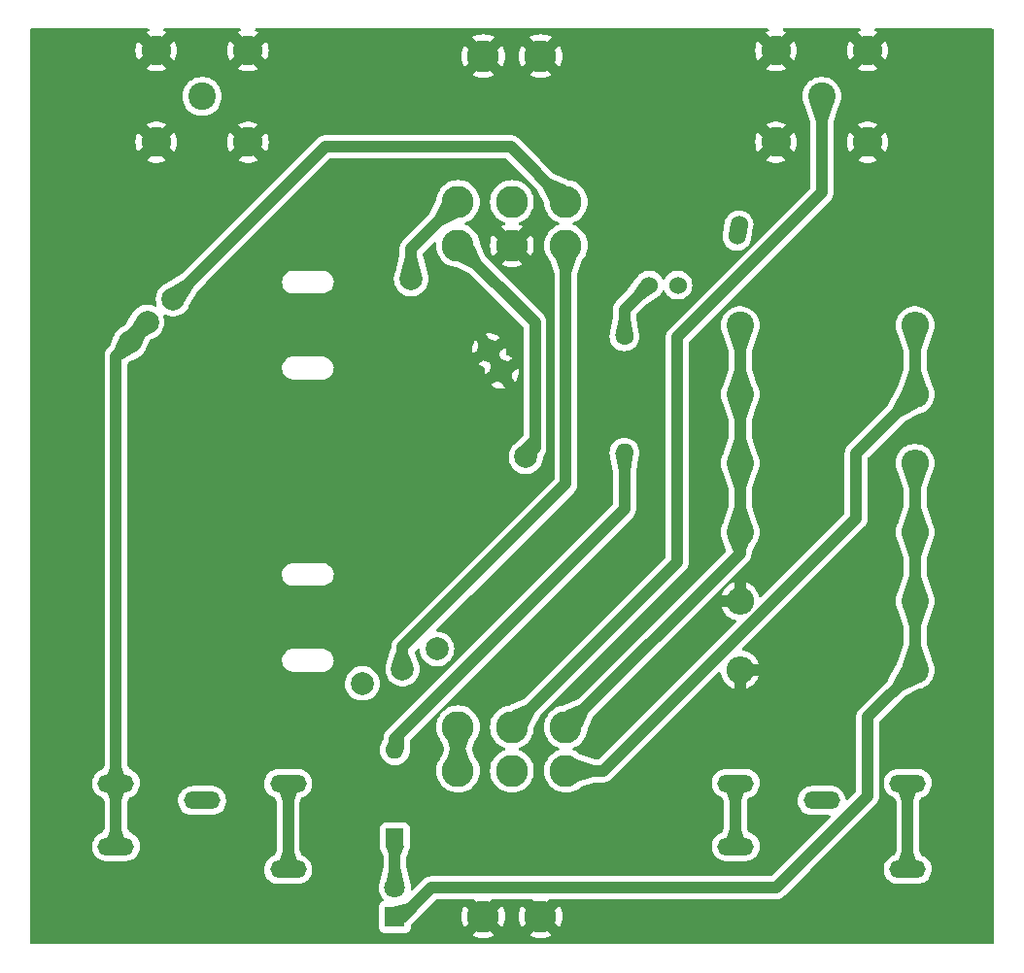
<source format=gbr>
%TF.GenerationSoftware,KiCad,Pcbnew,7.0.2*%
%TF.CreationDate,2023-07-09T20:18:23+08:00*%
%TF.ProjectId,z-match-2,7a2d6d61-7463-4682-9d32-2e6b69636164,rev?*%
%TF.SameCoordinates,Original*%
%TF.FileFunction,Copper,L1,Top*%
%TF.FilePolarity,Positive*%
%FSLAX46Y46*%
G04 Gerber Fmt 4.6, Leading zero omitted, Abs format (unit mm)*
G04 Created by KiCad (PCBNEW 7.0.2) date 2023-07-09 20:18:23*
%MOMM*%
%LPD*%
G01*
G04 APERTURE LIST*
G04 Aperture macros list*
%AMHorizOval*
0 Thick line with rounded ends*
0 $1 width*
0 $2 $3 position (X,Y) of the first rounded end (center of the circle)*
0 $4 $5 position (X,Y) of the second rounded end (center of the circle)*
0 Add line between two ends*
20,1,$1,$2,$3,$4,$5,0*
0 Add two circle primitives to create the rounded ends*
1,1,$1,$2,$3*
1,1,$1,$4,$5*%
G04 Aperture macros list end*
%TA.AperFunction,ComponentPad*%
%ADD10R,1.600000X1.600000*%
%TD*%
%TA.AperFunction,ComponentPad*%
%ADD11O,1.600000X1.600000*%
%TD*%
%TA.AperFunction,ComponentPad*%
%ADD12O,3.175000X1.524000*%
%TD*%
%TA.AperFunction,ComponentPad*%
%ADD13R,1.800000X1.800000*%
%TD*%
%TA.AperFunction,ComponentPad*%
%ADD14C,1.800000*%
%TD*%
%TA.AperFunction,ComponentPad*%
%ADD15C,2.400000*%
%TD*%
%TA.AperFunction,ComponentPad*%
%ADD16O,2.400000X2.400000*%
%TD*%
%TA.AperFunction,ComponentPad*%
%ADD17C,1.600000*%
%TD*%
%TA.AperFunction,ComponentPad*%
%ADD18C,2.600000*%
%TD*%
%TA.AperFunction,ComponentPad*%
%ADD19C,2.000000*%
%TD*%
%TA.AperFunction,ComponentPad*%
%ADD20C,2.800000*%
%TD*%
%TA.AperFunction,ComponentPad*%
%ADD21C,1.524000*%
%TD*%
%TA.AperFunction,ComponentPad*%
%ADD22HorizOval,1.524000X-0.088213X-0.500282X0.088213X0.500282X0*%
%TD*%
%TA.AperFunction,Conductor*%
%ADD23C,1.000000*%
%TD*%
G04 APERTURE END LIST*
D10*
X89800000Y-130610000D03*
D11*
X89800000Y-122990000D03*
D12*
X73000000Y-127400000D03*
X80500000Y-125900000D03*
X80500000Y-133400000D03*
X65500000Y-125900000D03*
X65500000Y-131400000D03*
D13*
X89800000Y-137540000D03*
D14*
X89800000Y-135000000D03*
D15*
X119880000Y-92000000D03*
D16*
X135120000Y-92000000D03*
D17*
X109800000Y-86920000D03*
D11*
X109800000Y-97080000D03*
D15*
X119880000Y-104000000D03*
D16*
X135120000Y-104000000D03*
D12*
X127000000Y-127400000D03*
X134500000Y-125900000D03*
X134500000Y-133400000D03*
X119500000Y-125900000D03*
X119500000Y-131400000D03*
D15*
X119880000Y-86000000D03*
D16*
X135120000Y-86000000D03*
D15*
X127000000Y-66000000D03*
D18*
X123000000Y-62000000D03*
X123000000Y-70000000D03*
X131000000Y-62000000D03*
X131000000Y-70000000D03*
D15*
X73000000Y-66000000D03*
D18*
X69000000Y-62000000D03*
X69000000Y-70000000D03*
X77000000Y-62000000D03*
X77000000Y-70000000D03*
D15*
X119880000Y-98000000D03*
D16*
X135120000Y-98000000D03*
D19*
X93465000Y-114182500D03*
X98015000Y-88182500D03*
X99115000Y-89982500D03*
X66715000Y-87432500D03*
X68215000Y-85682500D03*
X86965000Y-117182500D03*
X101215000Y-97432500D03*
X91215000Y-81932500D03*
X90465000Y-115932500D03*
X70465000Y-83682500D03*
D20*
X102500000Y-62500000D03*
X97500000Y-62500000D03*
X104700000Y-79000000D03*
X100000000Y-79000000D03*
X95300000Y-79000000D03*
X104700000Y-75200000D03*
X100000000Y-75200000D03*
X95300000Y-75200000D03*
X97500000Y-137500000D03*
X102500000Y-137500000D03*
X95300000Y-121000000D03*
X100000000Y-121000000D03*
X104700000Y-121000000D03*
X95300000Y-124800000D03*
X100000000Y-124800000D03*
X104700000Y-124800000D03*
D15*
X135120000Y-116000000D03*
D16*
X119880000Y-116000000D03*
D21*
X114450000Y-82450000D03*
D22*
X119700000Y-77700000D03*
D21*
X111950000Y-82450000D03*
D15*
X135120000Y-110000000D03*
D16*
X119880000Y-110000000D03*
D23*
X93000000Y-135000000D02*
X90460000Y-137540000D01*
X135120000Y-116000000D02*
X131000000Y-120120000D01*
X123000000Y-135000000D02*
X93000000Y-135000000D01*
X135120000Y-104000000D02*
X135120000Y-110000000D01*
X131000000Y-120120000D02*
X131000000Y-127000000D01*
X135120000Y-98000000D02*
X135120000Y-104000000D01*
X90460000Y-137540000D02*
X89800000Y-137540000D01*
X135120000Y-110000000D02*
X135120000Y-116000000D01*
X131000000Y-127000000D02*
X123000000Y-135000000D01*
X89800000Y-130610000D02*
X89800000Y-135000000D01*
X89800000Y-122000000D02*
X109800000Y-102000000D01*
X109800000Y-102000000D02*
X109800000Y-97080000D01*
X89800000Y-122990000D02*
X89800000Y-122000000D01*
X114400000Y-106600000D02*
X114400000Y-87000000D01*
X127000000Y-74400000D02*
X127000000Y-66000000D01*
X114400000Y-87000000D02*
X127000000Y-74400000D01*
X100000000Y-121000000D02*
X114400000Y-106600000D01*
X119880000Y-92000000D02*
X119880000Y-98000000D01*
X119880000Y-105820000D02*
X119880000Y-104000000D01*
X119880000Y-86000000D02*
X119880000Y-92000000D01*
X104700000Y-121000000D02*
X119880000Y-105820000D01*
X119880000Y-98000000D02*
X119880000Y-104000000D01*
X109800000Y-84600000D02*
X111950000Y-82450000D01*
X109800000Y-86920000D02*
X109800000Y-84600000D01*
X95300000Y-121000000D02*
X95300000Y-124800000D01*
X90465000Y-115932500D02*
X90465000Y-114026644D01*
X104700000Y-99791644D02*
X104700000Y-79000000D01*
X90465000Y-114026644D02*
X104700000Y-99791644D01*
X102000000Y-85700000D02*
X102000000Y-96647500D01*
X95300000Y-79000000D02*
X102000000Y-85700000D01*
X102000000Y-96647500D02*
X101215000Y-97432500D01*
X104700000Y-75200000D02*
X99900000Y-70400000D01*
X83747500Y-70400000D02*
X70465000Y-83682500D01*
X99900000Y-70400000D02*
X83747500Y-70400000D01*
X91215000Y-79285000D02*
X95300000Y-75200000D01*
X91215000Y-81932500D02*
X91215000Y-79285000D01*
X66715000Y-87182500D02*
X68215000Y-85682500D01*
X65500000Y-88647500D02*
X66715000Y-87432500D01*
X80500000Y-133400000D02*
X80500000Y-125900000D01*
X65500000Y-131400000D02*
X65500000Y-125900000D01*
X134500000Y-125900000D02*
X134500000Y-133400000D01*
X65500000Y-125900000D02*
X65500000Y-88647500D01*
X66715000Y-87432500D02*
X66715000Y-87182500D01*
X130000000Y-97120000D02*
X135120000Y-92000000D01*
X108000000Y-124800000D02*
X130000000Y-102800000D01*
X135120000Y-86000000D02*
X135120000Y-92000000D01*
X130000000Y-102800000D02*
X130000000Y-97120000D01*
X104700000Y-124800000D02*
X108000000Y-124800000D01*
X119500000Y-125900000D02*
X119500000Y-131400000D01*
%TA.AperFunction,Conductor*%
G36*
X120379753Y-89821658D02*
G01*
X120382615Y-89826340D01*
X120877216Y-91359881D01*
X120876494Y-91368806D01*
X120872335Y-91373360D01*
X119886253Y-91997044D01*
X119877429Y-91998570D01*
X119873745Y-91997044D01*
X118887664Y-91373360D01*
X118882504Y-91366042D01*
X118882782Y-91359884D01*
X119377384Y-89826340D01*
X119383186Y-89819518D01*
X119388520Y-89818231D01*
X120371480Y-89818231D01*
X120379753Y-89821658D01*
G37*
%TD.AperFunction*%
%TA.AperFunction,Conductor*%
G36*
X80508266Y-125907277D02*
G01*
X81256840Y-126656833D01*
X81260261Y-126665109D01*
X81259625Y-126668905D01*
X81002715Y-127416104D01*
X80996785Y-127422814D01*
X80991651Y-127424000D01*
X80008349Y-127424000D01*
X80000076Y-127420573D01*
X79997285Y-127416104D01*
X79740374Y-126668905D01*
X79740924Y-126659967D01*
X79743155Y-126656837D01*
X80491722Y-125907288D01*
X80499992Y-125903857D01*
X80508266Y-125907277D01*
G37*
%TD.AperFunction*%
%TA.AperFunction,Conductor*%
G36*
X90191478Y-113619982D02*
G01*
X90883452Y-114311956D01*
X90886014Y-114315814D01*
X91384491Y-115539048D01*
X91384440Y-115548002D01*
X91378138Y-115554271D01*
X90468777Y-115931347D01*
X90459822Y-115931350D01*
X90459808Y-115931344D01*
X89551124Y-115553971D01*
X89544797Y-115547633D01*
X89544493Y-115539524D01*
X90172088Y-113624608D01*
X90177920Y-113617817D01*
X90186849Y-113617137D01*
X90191478Y-113619982D01*
G37*
%TD.AperFunction*%
%TA.AperFunction,Conductor*%
G36*
X120379753Y-101821658D02*
G01*
X120382615Y-101826340D01*
X120877216Y-103359881D01*
X120876494Y-103368806D01*
X120872335Y-103373360D01*
X119886253Y-103997044D01*
X119877429Y-103998570D01*
X119873745Y-103997044D01*
X118887664Y-103373360D01*
X118882504Y-103366042D01*
X118882782Y-103359884D01*
X119377384Y-101826340D01*
X119383186Y-101819518D01*
X119388520Y-101818231D01*
X120371480Y-101818231D01*
X120379753Y-101821658D01*
G37*
%TD.AperFunction*%
%TA.AperFunction,Conductor*%
G36*
X102494414Y-95761084D02*
G01*
X102497841Y-95769357D01*
X102497675Y-95771320D01*
X102216655Y-97422772D01*
X102211889Y-97430353D01*
X102205133Y-97432509D01*
X101219857Y-97433495D01*
X101211581Y-97430076D01*
X100516256Y-96733768D01*
X100512836Y-96725494D01*
X100516269Y-96717223D01*
X100516286Y-96717206D01*
X101496591Y-95760981D01*
X101504761Y-95757657D01*
X102486141Y-95757657D01*
X102494414Y-95761084D01*
G37*
%TD.AperFunction*%
%TA.AperFunction,Conductor*%
G36*
X95308086Y-121006735D02*
G01*
X96294575Y-121950334D01*
X96298185Y-121958529D01*
X96297544Y-121962616D01*
X95802725Y-123392127D01*
X95796781Y-123398824D01*
X95791669Y-123400000D01*
X94808331Y-123400000D01*
X94800058Y-123396573D01*
X94797275Y-123392127D01*
X94302455Y-121962616D01*
X94302987Y-121953677D01*
X94305422Y-121950336D01*
X95291914Y-121006734D01*
X95300259Y-121003493D01*
X95308086Y-121006735D01*
G37*
%TD.AperFunction*%
%TA.AperFunction,Conductor*%
G36*
X65999924Y-124379427D02*
G01*
X66002715Y-124383896D01*
X66259625Y-125131094D01*
X66259075Y-125140032D01*
X66256840Y-125143166D01*
X65508278Y-125892710D01*
X65500007Y-125896142D01*
X65491732Y-125892721D01*
X64743158Y-125143165D01*
X64739738Y-125134890D01*
X64740373Y-125131096D01*
X64997285Y-124383895D01*
X65003215Y-124377186D01*
X65008349Y-124376000D01*
X65991651Y-124376000D01*
X65999924Y-124379427D01*
G37*
%TD.AperFunction*%
%TA.AperFunction,Conductor*%
G36*
X110298563Y-85323427D02*
G01*
X110301790Y-85329544D01*
X110597405Y-86906161D01*
X110595561Y-86914924D01*
X110588061Y-86919817D01*
X110585920Y-86920017D01*
X109800000Y-86921000D01*
X109014079Y-86920017D01*
X109005811Y-86916580D01*
X109002394Y-86908302D01*
X109002593Y-86906169D01*
X109298210Y-85329542D01*
X109303103Y-85322044D01*
X109309710Y-85320000D01*
X110290290Y-85320000D01*
X110298563Y-85323427D01*
G37*
%TD.AperFunction*%
%TA.AperFunction,Conductor*%
G36*
X71532043Y-81921116D02*
G01*
X72226383Y-82615456D01*
X72229810Y-82623729D01*
X72228210Y-82629634D01*
X71394025Y-84056381D01*
X71386891Y-84061794D01*
X71379458Y-84061290D01*
X70468784Y-83685062D01*
X70462446Y-83678735D01*
X70462437Y-83678715D01*
X70086209Y-82768041D01*
X70086218Y-82759087D01*
X70091118Y-82753474D01*
X70302928Y-82629634D01*
X71517868Y-81919288D01*
X71526736Y-81918071D01*
X71532043Y-81921116D01*
G37*
%TD.AperFunction*%
%TA.AperFunction,Conductor*%
G36*
X110585920Y-97079982D02*
G01*
X110594188Y-97083419D01*
X110597605Y-97091697D01*
X110597405Y-97093838D01*
X110301790Y-98670456D01*
X110296897Y-98677956D01*
X110290290Y-98680000D01*
X109309710Y-98680000D01*
X109301437Y-98676573D01*
X109298210Y-98670456D01*
X109002594Y-97093836D01*
X109004438Y-97085075D01*
X109011938Y-97080182D01*
X109014074Y-97079982D01*
X109800000Y-97079000D01*
X110585920Y-97079982D01*
G37*
%TD.AperFunction*%
%TA.AperFunction,Conductor*%
G36*
X104708087Y-79006735D02*
G01*
X105694575Y-79950334D01*
X105698185Y-79958529D01*
X105697544Y-79962616D01*
X105202725Y-81392127D01*
X105196781Y-81398824D01*
X105191669Y-81400000D01*
X104208331Y-81400000D01*
X104200058Y-81396573D01*
X104197275Y-81392127D01*
X103702455Y-79962616D01*
X103702987Y-79953677D01*
X103705422Y-79950336D01*
X104691913Y-79006734D01*
X104700260Y-79003493D01*
X104708087Y-79006735D01*
G37*
%TD.AperFunction*%
%TA.AperFunction,Conductor*%
G36*
X65801859Y-87054253D02*
G01*
X66501733Y-87343393D01*
X66710512Y-87429646D01*
X66716850Y-87435973D01*
X66716856Y-87435987D01*
X67093590Y-88346488D01*
X67093587Y-88355443D01*
X67088191Y-88361333D01*
X66022420Y-88917531D01*
X66002545Y-88927903D01*
X65997132Y-88929231D01*
X65017620Y-88929231D01*
X65009347Y-88925804D01*
X65005920Y-88917531D01*
X65006836Y-88912992D01*
X65245300Y-88346488D01*
X65786611Y-87060527D01*
X65792979Y-87054233D01*
X65801859Y-87054253D01*
G37*
%TD.AperFunction*%
%TA.AperFunction,Conductor*%
G36*
X101337154Y-118967417D02*
G01*
X102032582Y-119662845D01*
X102036009Y-119671118D01*
X102034875Y-119676142D01*
X101400540Y-121010126D01*
X101393893Y-121016126D01*
X101389839Y-121016801D01*
X100010724Y-121000839D01*
X100002491Y-120997317D01*
X99999160Y-120989276D01*
X99983197Y-119610157D01*
X99986528Y-119601847D01*
X99989867Y-119599461D01*
X101323857Y-118965123D01*
X101332800Y-118964666D01*
X101337154Y-118967417D01*
G37*
%TD.AperFunction*%
%TA.AperFunction,Conductor*%
G36*
X96698151Y-78986528D02*
G01*
X96700540Y-78989872D01*
X97334875Y-80323857D01*
X97335333Y-80332800D01*
X97332582Y-80337154D01*
X96637154Y-81032582D01*
X96628881Y-81036009D01*
X96623857Y-81034875D01*
X95289872Y-80400540D01*
X95283872Y-80393893D01*
X95283197Y-80389842D01*
X95299160Y-79010722D01*
X95302682Y-79002491D01*
X95310722Y-78999160D01*
X96689840Y-78983197D01*
X96698151Y-78986528D01*
G37*
%TD.AperFunction*%
%TA.AperFunction,Conductor*%
G36*
X135126251Y-110002953D02*
G01*
X136090723Y-110612970D01*
X136112335Y-110626639D01*
X136117495Y-110633957D01*
X136117216Y-110640118D01*
X135622615Y-112173660D01*
X135616814Y-112180482D01*
X135611480Y-112181769D01*
X134628520Y-112181769D01*
X134620247Y-112178342D01*
X134617385Y-112173660D01*
X134456703Y-111675456D01*
X134122783Y-110640116D01*
X134123505Y-110631193D01*
X134127662Y-110626640D01*
X135113747Y-110002954D01*
X135122570Y-110001429D01*
X135126251Y-110002953D01*
G37*
%TD.AperFunction*%
%TA.AperFunction,Conductor*%
G36*
X89886157Y-121224122D02*
G01*
X89888743Y-121226074D01*
X90581529Y-121918860D01*
X90584955Y-121926967D01*
X90599832Y-122978144D01*
X90596522Y-122986465D01*
X90588299Y-122990009D01*
X90588143Y-122990010D01*
X89801631Y-122990704D01*
X89797131Y-122989808D01*
X89073004Y-122688884D01*
X89066679Y-122682545D01*
X89066690Y-122673590D01*
X89067263Y-122672404D01*
X89870246Y-121228658D01*
X89877261Y-121223096D01*
X89886157Y-121224122D01*
G37*
%TD.AperFunction*%
%TA.AperFunction,Conductor*%
G36*
X135619753Y-107821658D02*
G01*
X135622615Y-107826340D01*
X136117216Y-109359881D01*
X136116494Y-109368806D01*
X136112335Y-109373360D01*
X135126254Y-109997044D01*
X135117430Y-109998570D01*
X135113746Y-109997044D01*
X134127664Y-109373360D01*
X134122504Y-109366042D01*
X134122782Y-109359884D01*
X134617384Y-107826340D01*
X134623186Y-107819518D01*
X134628520Y-107818231D01*
X135611480Y-107818231D01*
X135619753Y-107821658D01*
G37*
%TD.AperFunction*%
%TA.AperFunction,Conductor*%
G36*
X120379753Y-95821658D02*
G01*
X120382615Y-95826340D01*
X120877216Y-97359881D01*
X120876494Y-97368806D01*
X120872335Y-97373360D01*
X119886253Y-97997044D01*
X119877429Y-97998570D01*
X119873745Y-97997044D01*
X118887664Y-97373360D01*
X118882504Y-97366042D01*
X118882782Y-97359884D01*
X119377384Y-95826340D01*
X119383186Y-95819518D01*
X119388520Y-95818231D01*
X120371480Y-95818231D01*
X120379753Y-95821658D01*
G37*
%TD.AperFunction*%
%TA.AperFunction,Conductor*%
G36*
X119886253Y-86002955D02*
G01*
X120872335Y-86626639D01*
X120877495Y-86633957D01*
X120877216Y-86640118D01*
X120382615Y-88173660D01*
X120376814Y-88180482D01*
X120371480Y-88181769D01*
X119388520Y-88181769D01*
X119380247Y-88178342D01*
X119377385Y-88173660D01*
X119216703Y-87675456D01*
X118882783Y-86640116D01*
X118883505Y-86631193D01*
X118887662Y-86626640D01*
X119873747Y-86002954D01*
X119882569Y-86001429D01*
X119886253Y-86002955D01*
G37*
%TD.AperFunction*%
%TA.AperFunction,Conductor*%
G36*
X90985349Y-136312986D02*
G01*
X90987434Y-136314643D01*
X91681899Y-137009108D01*
X91685326Y-137017381D01*
X91682123Y-137025424D01*
X90706361Y-138056239D01*
X90698185Y-138059892D01*
X90691995Y-138058318D01*
X89803497Y-137543144D01*
X89798059Y-137536030D01*
X89564890Y-136651652D01*
X89566094Y-136642780D01*
X89573220Y-136637358D01*
X89573538Y-136637278D01*
X90976517Y-136311519D01*
X90985349Y-136312986D01*
G37*
%TD.AperFunction*%
%TA.AperFunction,Conductor*%
G36*
X135126251Y-98002953D02*
G01*
X136090723Y-98612970D01*
X136112335Y-98626639D01*
X136117495Y-98633957D01*
X136117216Y-98640118D01*
X135622615Y-100173660D01*
X135616814Y-100180482D01*
X135611480Y-100181769D01*
X134628520Y-100181769D01*
X134620247Y-100178342D01*
X134617385Y-100173660D01*
X134456703Y-99675456D01*
X134122783Y-98640116D01*
X134123505Y-98631193D01*
X134127662Y-98626640D01*
X135113747Y-98002954D01*
X135122570Y-98001429D01*
X135126251Y-98002953D01*
G37*
%TD.AperFunction*%
%TA.AperFunction,Conductor*%
G36*
X135619753Y-113821658D02*
G01*
X135622615Y-113826340D01*
X136117216Y-115359881D01*
X136116494Y-115368806D01*
X136112335Y-115373360D01*
X135126254Y-115997044D01*
X135117430Y-115998570D01*
X135113746Y-115997044D01*
X134127664Y-115373360D01*
X134122504Y-115366042D01*
X134122782Y-115359884D01*
X134617384Y-113826340D01*
X134623186Y-113819518D01*
X134628520Y-113818231D01*
X135611480Y-113818231D01*
X135619753Y-113821658D01*
G37*
%TD.AperFunction*%
%TA.AperFunction,Conductor*%
G36*
X119999924Y-129879427D02*
G01*
X120002715Y-129883896D01*
X120259625Y-130631094D01*
X120259075Y-130640032D01*
X120256840Y-130643166D01*
X119508279Y-131392710D01*
X119500008Y-131396142D01*
X119491732Y-131392721D01*
X119491721Y-131392710D01*
X118743159Y-130643166D01*
X118739738Y-130634890D01*
X118740373Y-130631096D01*
X118997285Y-129883895D01*
X119003215Y-129877186D01*
X119008349Y-129876000D01*
X119991651Y-129876000D01*
X119999924Y-129879427D01*
G37*
%TD.AperFunction*%
%TA.AperFunction,Conductor*%
G36*
X119508266Y-125907277D02*
G01*
X120256840Y-126656833D01*
X120260261Y-126665109D01*
X120259625Y-126668905D01*
X120002715Y-127416104D01*
X119996785Y-127422814D01*
X119991651Y-127424000D01*
X119008349Y-127424000D01*
X119000076Y-127420573D01*
X118997285Y-127416104D01*
X118740374Y-126668905D01*
X118740924Y-126659967D01*
X118743155Y-126656837D01*
X119491722Y-125907288D01*
X119499992Y-125903857D01*
X119508266Y-125907277D01*
G37*
%TD.AperFunction*%
%TA.AperFunction,Conductor*%
G36*
X119886253Y-98002955D02*
G01*
X120872335Y-98626639D01*
X120877495Y-98633957D01*
X120877216Y-98640118D01*
X120382615Y-100173660D01*
X120376814Y-100180482D01*
X120371480Y-100181769D01*
X119388520Y-100181769D01*
X119380247Y-100178342D01*
X119377385Y-100173660D01*
X119216703Y-99675456D01*
X118882783Y-98640116D01*
X118883505Y-98631193D01*
X118887662Y-98626640D01*
X119873747Y-98002954D01*
X119882569Y-98001429D01*
X119886253Y-98002955D01*
G37*
%TD.AperFunction*%
%TA.AperFunction,Conductor*%
G36*
X105662614Y-123802454D02*
G01*
X107092126Y-124297274D01*
X107098823Y-124303218D01*
X107099999Y-124308330D01*
X107099999Y-125291669D01*
X107096572Y-125299942D01*
X107092126Y-125302725D01*
X105662616Y-125797544D01*
X105653677Y-125797012D01*
X105650334Y-125794575D01*
X104706735Y-124808087D01*
X104703493Y-124799740D01*
X104706735Y-124791913D01*
X105650335Y-123805423D01*
X105658529Y-123801814D01*
X105662614Y-123802454D01*
G37*
%TD.AperFunction*%
%TA.AperFunction,Conductor*%
G36*
X135619753Y-89821658D02*
G01*
X135622615Y-89826340D01*
X136117216Y-91359881D01*
X136116494Y-91368806D01*
X136112335Y-91373360D01*
X135126254Y-91997044D01*
X135117430Y-91998570D01*
X135113746Y-91997044D01*
X134127664Y-91373360D01*
X134122504Y-91366042D01*
X134122782Y-91359884D01*
X134617384Y-89826340D01*
X134623186Y-89819518D01*
X134628520Y-89818231D01*
X135611480Y-89818231D01*
X135619753Y-89821658D01*
G37*
%TD.AperFunction*%
%TA.AperFunction,Conductor*%
G36*
X95289276Y-75199160D02*
G01*
X95297508Y-75202682D01*
X95300839Y-75210724D01*
X95316801Y-76589839D01*
X95313470Y-76598151D01*
X95310126Y-76600540D01*
X93976142Y-77234875D01*
X93967199Y-77235333D01*
X93962845Y-77232582D01*
X93267417Y-76537154D01*
X93263990Y-76528881D01*
X93265124Y-76523857D01*
X93899459Y-75189870D01*
X93906105Y-75183872D01*
X93910155Y-75183197D01*
X95289276Y-75199160D01*
G37*
%TD.AperFunction*%
%TA.AperFunction,Conductor*%
G36*
X135126251Y-86002953D02*
G01*
X136090723Y-86612970D01*
X136112335Y-86626639D01*
X136117495Y-86633957D01*
X136117216Y-86640118D01*
X135622615Y-88173660D01*
X135616814Y-88180482D01*
X135611480Y-88181769D01*
X134628520Y-88181769D01*
X134620247Y-88178342D01*
X134617385Y-88173660D01*
X134456703Y-87675456D01*
X134122783Y-86640116D01*
X134123505Y-86631193D01*
X134127662Y-86626640D01*
X135113747Y-86002954D01*
X135122570Y-86001429D01*
X135126251Y-86002953D01*
G37*
%TD.AperFunction*%
%TA.AperFunction,Conductor*%
G36*
X119886253Y-92002955D02*
G01*
X120872335Y-92626639D01*
X120877495Y-92633957D01*
X120877216Y-92640118D01*
X120382615Y-94173660D01*
X120376814Y-94180482D01*
X120371480Y-94181769D01*
X119388520Y-94181769D01*
X119380247Y-94178342D01*
X119377385Y-94173660D01*
X119216703Y-93675456D01*
X118882783Y-92640116D01*
X118883505Y-92631193D01*
X118887662Y-92626640D01*
X119873747Y-92002954D01*
X119882569Y-92001429D01*
X119886253Y-92002955D01*
G37*
%TD.AperFunction*%
%TA.AperFunction,Conductor*%
G36*
X80999924Y-131879427D02*
G01*
X81002715Y-131883896D01*
X81259625Y-132631094D01*
X81259075Y-132640032D01*
X81256840Y-132643166D01*
X80508279Y-133392710D01*
X80500008Y-133396142D01*
X80491732Y-133392721D01*
X80491721Y-133392710D01*
X79743159Y-132643166D01*
X79739738Y-132634890D01*
X79740373Y-132631096D01*
X79997285Y-131883895D01*
X80003215Y-131877186D01*
X80008349Y-131876000D01*
X80991651Y-131876000D01*
X80999924Y-131879427D01*
G37*
%TD.AperFunction*%
%TA.AperFunction,Conductor*%
G36*
X135113368Y-91997644D02*
G01*
X135120688Y-92002801D01*
X135122253Y-92006655D01*
X135364373Y-93159224D01*
X135362720Y-93168025D01*
X135358226Y-93172058D01*
X133935188Y-93895639D01*
X133926260Y-93896334D01*
X133921612Y-93893483D01*
X133226539Y-93198410D01*
X133223112Y-93190137D01*
X133224401Y-93184800D01*
X133961722Y-91747984D01*
X133968547Y-91742190D01*
X133974691Y-91741912D01*
X135113368Y-91997644D01*
G37*
%TD.AperFunction*%
%TA.AperFunction,Conductor*%
G36*
X67300540Y-85303708D02*
G01*
X68211215Y-85679937D01*
X68217553Y-85686264D01*
X68217562Y-85686284D01*
X68593790Y-86596958D01*
X68593781Y-86605912D01*
X68588881Y-86611525D01*
X67162134Y-87445710D01*
X67153263Y-87446928D01*
X67147956Y-87443883D01*
X66453616Y-86749543D01*
X66450189Y-86741270D01*
X66451787Y-86735369D01*
X67285974Y-85308617D01*
X67293108Y-85303205D01*
X67300540Y-85303708D01*
G37*
%TD.AperFunction*%
%TA.AperFunction,Conductor*%
G36*
X134999924Y-131879427D02*
G01*
X135002715Y-131883896D01*
X135259625Y-132631094D01*
X135259075Y-132640032D01*
X135256840Y-132643166D01*
X134508279Y-133392710D01*
X134500008Y-133396142D01*
X134491732Y-133392721D01*
X134491721Y-133392710D01*
X133743159Y-132643166D01*
X133739738Y-132634890D01*
X133740373Y-132631096D01*
X133997285Y-131883895D01*
X134003215Y-131877186D01*
X134008349Y-131876000D01*
X134991651Y-131876000D01*
X134999924Y-131879427D01*
G37*
%TD.AperFunction*%
%TA.AperFunction,Conductor*%
G36*
X65508267Y-125907278D02*
G01*
X65508278Y-125907289D01*
X66256840Y-126656833D01*
X66260261Y-126665109D01*
X66259625Y-126668905D01*
X66002715Y-127416104D01*
X65996785Y-127422814D01*
X65991651Y-127424000D01*
X65008349Y-127424000D01*
X65000076Y-127420573D01*
X64997285Y-127416104D01*
X64740374Y-126668905D01*
X64740924Y-126659967D01*
X64743155Y-126656837D01*
X65491723Y-125907287D01*
X65499991Y-125903857D01*
X65508267Y-125907278D01*
G37*
%TD.AperFunction*%
%TA.AperFunction,Conductor*%
G36*
X127006251Y-66002953D02*
G01*
X127970723Y-66612970D01*
X127992335Y-66626639D01*
X127997495Y-66633957D01*
X127997216Y-66640118D01*
X127502615Y-68173660D01*
X127496814Y-68180482D01*
X127491480Y-68181769D01*
X126508520Y-68181769D01*
X126500247Y-68178342D01*
X126497385Y-68173660D01*
X126336703Y-67675456D01*
X126002783Y-66640116D01*
X126003505Y-66631193D01*
X126007662Y-66626640D01*
X126993747Y-66002954D01*
X127002570Y-66001429D01*
X127006251Y-66002953D01*
G37*
%TD.AperFunction*%
%TA.AperFunction,Conductor*%
G36*
X119886483Y-104004222D02*
G01*
X120479336Y-104510225D01*
X120785281Y-104771350D01*
X120789349Y-104779327D01*
X120788179Y-104785422D01*
X119984964Y-106414715D01*
X119978232Y-106420621D01*
X119969297Y-106420036D01*
X119966197Y-106417815D01*
X119272411Y-105724029D01*
X119269748Y-105719914D01*
X118813817Y-104520297D01*
X118814081Y-104511348D01*
X118819713Y-104505584D01*
X119873852Y-104002563D01*
X119882793Y-104002093D01*
X119886483Y-104004222D01*
G37*
%TD.AperFunction*%
%TA.AperFunction,Conductor*%
G36*
X135619753Y-101821658D02*
G01*
X135622615Y-101826340D01*
X136117216Y-103359881D01*
X136116494Y-103368806D01*
X136112335Y-103373360D01*
X135126254Y-103997044D01*
X135117430Y-103998570D01*
X135113746Y-103997044D01*
X134127664Y-103373360D01*
X134122504Y-103366042D01*
X134122782Y-103359884D01*
X134617384Y-101826340D01*
X134623186Y-101819518D01*
X134628520Y-101818231D01*
X135611480Y-101818231D01*
X135619753Y-101821658D01*
G37*
%TD.AperFunction*%
%TA.AperFunction,Conductor*%
G36*
X103376142Y-73165124D02*
G01*
X104710126Y-73799458D01*
X104716126Y-73806105D01*
X104716801Y-73810159D01*
X104700839Y-75189275D01*
X104697317Y-75197508D01*
X104689275Y-75200839D01*
X103310159Y-75216801D01*
X103301847Y-75213470D01*
X103299459Y-75210128D01*
X102665124Y-73876142D01*
X102664666Y-73867199D01*
X102667415Y-73862847D01*
X103362846Y-73167416D01*
X103371118Y-73163990D01*
X103376142Y-73165124D01*
G37*
%TD.AperFunction*%
%TA.AperFunction,Conductor*%
G36*
X106037154Y-118967417D02*
G01*
X106732582Y-119662845D01*
X106736009Y-119671118D01*
X106734875Y-119676142D01*
X106100540Y-121010126D01*
X106093893Y-121016126D01*
X106089839Y-121016801D01*
X104710724Y-121000839D01*
X104702491Y-120997317D01*
X104699160Y-120989276D01*
X104683197Y-119610157D01*
X104686528Y-119601847D01*
X104689867Y-119599461D01*
X106023857Y-118965123D01*
X106032800Y-118964666D01*
X106037154Y-118967417D01*
G37*
%TD.AperFunction*%
%TA.AperFunction,Conductor*%
G36*
X135126251Y-104002953D02*
G01*
X136090723Y-104612970D01*
X136112335Y-104626639D01*
X136117495Y-104633957D01*
X136117216Y-104640118D01*
X135622615Y-106173660D01*
X135616814Y-106180482D01*
X135611480Y-106181769D01*
X134628520Y-106181769D01*
X134620247Y-106178342D01*
X134617385Y-106173660D01*
X134456703Y-105675456D01*
X134122783Y-104640116D01*
X134123505Y-104631193D01*
X134127662Y-104626640D01*
X135113747Y-104002954D01*
X135122570Y-104001429D01*
X135126251Y-104002953D01*
G37*
%TD.AperFunction*%
%TA.AperFunction,Conductor*%
G36*
X135113368Y-115997644D02*
G01*
X135120688Y-116002801D01*
X135122253Y-116006655D01*
X135364373Y-117159224D01*
X135362720Y-117168025D01*
X135358226Y-117172058D01*
X133935188Y-117895639D01*
X133926260Y-117896334D01*
X133921612Y-117893483D01*
X133226539Y-117198410D01*
X133223112Y-117190137D01*
X133224401Y-117184800D01*
X133961722Y-115747984D01*
X133968547Y-115742190D01*
X133974691Y-115741912D01*
X135113368Y-115997644D01*
G37*
%TD.AperFunction*%
%TA.AperFunction,Conductor*%
G36*
X67632819Y-85571620D02*
G01*
X68327194Y-86265995D01*
X68330621Y-86274268D01*
X68329592Y-86279066D01*
X67643532Y-87804835D01*
X67637014Y-87810975D01*
X67628394Y-87810851D01*
X66716454Y-87434099D01*
X66712640Y-87431550D01*
X66320376Y-87038502D01*
X66017617Y-86735137D01*
X66014199Y-86726861D01*
X66017634Y-86718592D01*
X66019069Y-86717374D01*
X67617726Y-85570386D01*
X67626445Y-85568348D01*
X67632819Y-85571620D01*
G37*
%TD.AperFunction*%
%TA.AperFunction,Conductor*%
G36*
X91714244Y-79935927D02*
G01*
X91717289Y-79941234D01*
X92136295Y-81539956D01*
X92135077Y-81548827D01*
X92129464Y-81553727D01*
X91219486Y-81931636D01*
X91210533Y-81931644D01*
X90300535Y-81553727D01*
X90294208Y-81547389D01*
X90293704Y-81539956D01*
X90712711Y-79941234D01*
X90718124Y-79934100D01*
X90724029Y-79932500D01*
X91705971Y-79932500D01*
X91714244Y-79935927D01*
G37*
%TD.AperFunction*%
%TA.AperFunction,Conductor*%
G36*
X89808268Y-130617278D02*
G01*
X89808278Y-130617288D01*
X90594679Y-131404672D01*
X90598101Y-131412947D01*
X90597356Y-131417048D01*
X90302847Y-132202408D01*
X90296734Y-132208951D01*
X90291892Y-132210000D01*
X89308108Y-132210000D01*
X89299835Y-132206573D01*
X89297153Y-132202408D01*
X89002643Y-131417048D01*
X89002947Y-131408099D01*
X89005316Y-131404676D01*
X89791722Y-130617287D01*
X89799993Y-130613856D01*
X89808268Y-130617278D01*
G37*
%TD.AperFunction*%
%TA.AperFunction,Conductor*%
G36*
X95799942Y-122403427D02*
G01*
X95802725Y-122407873D01*
X96297544Y-123837383D01*
X96297012Y-123846322D01*
X96294575Y-123849665D01*
X95308087Y-124793264D01*
X95299740Y-124796506D01*
X95291913Y-124793264D01*
X94305424Y-123849665D01*
X94301814Y-123841470D01*
X94302454Y-123837385D01*
X94797274Y-122407873D01*
X94803219Y-122401176D01*
X94808331Y-122400000D01*
X95791669Y-122400000D01*
X95799942Y-122403427D01*
G37*
%TD.AperFunction*%
%TA.AperFunction,Conductor*%
G36*
X90298938Y-133203427D02*
G01*
X90302073Y-133209102D01*
X90629301Y-134645966D01*
X90627797Y-134654794D01*
X90622381Y-134659369D01*
X89804488Y-134999135D01*
X89795534Y-134999144D01*
X89795512Y-134999135D01*
X88977618Y-134659369D01*
X88971292Y-134653030D01*
X88970698Y-134645967D01*
X89297927Y-133209101D01*
X89303105Y-133201796D01*
X89309335Y-133200000D01*
X90290665Y-133200000D01*
X90298938Y-133203427D01*
G37*
%TD.AperFunction*%
%TA.AperFunction,Conductor*%
G36*
X134508266Y-125907277D02*
G01*
X135256840Y-126656833D01*
X135260261Y-126665109D01*
X135259625Y-126668905D01*
X135002715Y-127416104D01*
X134996785Y-127422814D01*
X134991651Y-127424000D01*
X134008349Y-127424000D01*
X134000076Y-127420573D01*
X133997285Y-127416104D01*
X133740374Y-126668905D01*
X133740924Y-126659967D01*
X133743155Y-126656837D01*
X134491722Y-125907288D01*
X134499992Y-125903857D01*
X134508266Y-125907277D01*
G37*
%TD.AperFunction*%
%TA.AperFunction,Conductor*%
G36*
X111419491Y-81919704D02*
G01*
X111421001Y-81920975D01*
X111950707Y-82449293D01*
X112479024Y-82978998D01*
X112482440Y-82987275D01*
X112479002Y-82995544D01*
X112477492Y-82996815D01*
X111233976Y-83875492D01*
X111225242Y-83877468D01*
X111218951Y-83874210D01*
X110525789Y-83181048D01*
X110522362Y-83172775D01*
X110524507Y-83166023D01*
X110644969Y-82995544D01*
X111403185Y-81922506D01*
X111410757Y-81917728D01*
X111419491Y-81919704D01*
G37*
%TD.AperFunction*%
%TA.AperFunction,Conductor*%
G36*
X65999924Y-129879427D02*
G01*
X66002715Y-129883896D01*
X66259625Y-130631094D01*
X66259075Y-130640032D01*
X66256840Y-130643166D01*
X65508278Y-131392710D01*
X65500007Y-131396142D01*
X65491732Y-131392721D01*
X64743158Y-130643165D01*
X64739738Y-130634890D01*
X64740373Y-130631096D01*
X64997285Y-129883895D01*
X65003215Y-129877186D01*
X65008349Y-129876000D01*
X65991651Y-129876000D01*
X65999924Y-129879427D01*
G37*
%TD.AperFunction*%
%TA.AperFunction,Conductor*%
G36*
X119452075Y-115572075D02*
G01*
X119380000Y-115666004D01*
X119380000Y-115624000D01*
X119399685Y-115556961D01*
X119452489Y-115511206D01*
X119504000Y-115500000D01*
X119546005Y-115500000D01*
X119452075Y-115572075D01*
G37*
%TD.AperFunction*%
%TA.AperFunction,Conductor*%
G36*
X120380000Y-110376000D02*
G01*
X120360315Y-110443039D01*
X120307511Y-110488794D01*
X120256000Y-110500000D01*
X120213995Y-110500000D01*
X120307925Y-110427925D01*
X120379999Y-110333995D01*
X120380000Y-110376000D01*
G37*
%TD.AperFunction*%
%TA.AperFunction,Conductor*%
G36*
X68350683Y-60105185D02*
G01*
X68396438Y-60157989D01*
X68406382Y-60227147D01*
X68377357Y-60290703D01*
X68337445Y-60321220D01*
X68128803Y-60421695D01*
X68128803Y-60421696D01*
X69000000Y-61292893D01*
X69000001Y-61292893D01*
X69871196Y-60421697D01*
X69871195Y-60421695D01*
X69662555Y-60321220D01*
X69610695Y-60274398D01*
X69592382Y-60206971D01*
X69613430Y-60140347D01*
X69667156Y-60095678D01*
X69716356Y-60085500D01*
X76283644Y-60085500D01*
X76350683Y-60105185D01*
X76396438Y-60157989D01*
X76406382Y-60227147D01*
X76377357Y-60290703D01*
X76337445Y-60321220D01*
X76128803Y-60421695D01*
X76128803Y-60421696D01*
X76999999Y-61292892D01*
X77871195Y-60421696D01*
X77871195Y-60421695D01*
X77662555Y-60321220D01*
X77610695Y-60274398D01*
X77592382Y-60206971D01*
X77613430Y-60140347D01*
X77667156Y-60095678D01*
X77716356Y-60085500D01*
X122283644Y-60085500D01*
X122350683Y-60105185D01*
X122396438Y-60157989D01*
X122406382Y-60227147D01*
X122377357Y-60290703D01*
X122337445Y-60321220D01*
X122128803Y-60421695D01*
X122128803Y-60421696D01*
X123000000Y-61292893D01*
X123000001Y-61292893D01*
X123871196Y-60421697D01*
X123871195Y-60421695D01*
X123662555Y-60321220D01*
X123610695Y-60274398D01*
X123592382Y-60206971D01*
X123613430Y-60140347D01*
X123667156Y-60095678D01*
X123716356Y-60085500D01*
X130283644Y-60085500D01*
X130350683Y-60105185D01*
X130396438Y-60157989D01*
X130406382Y-60227147D01*
X130377357Y-60290703D01*
X130337445Y-60321220D01*
X130128803Y-60421695D01*
X130128803Y-60421696D01*
X130999999Y-61292892D01*
X131871195Y-60421696D01*
X131871195Y-60421695D01*
X131662555Y-60321220D01*
X131610695Y-60274398D01*
X131592382Y-60206971D01*
X131613430Y-60140347D01*
X131667156Y-60095678D01*
X131716356Y-60085500D01*
X141865500Y-60085500D01*
X141932539Y-60105185D01*
X141978294Y-60157989D01*
X141989500Y-60209500D01*
X141989500Y-139790500D01*
X141969815Y-139857539D01*
X141917011Y-139903294D01*
X141865500Y-139914500D01*
X58134500Y-139914500D01*
X58067461Y-139894815D01*
X58021706Y-139842011D01*
X58010500Y-139790500D01*
X58010500Y-135000000D01*
X88394699Y-135000000D01*
X88413865Y-135231299D01*
X88413865Y-135231301D01*
X88413866Y-135231305D01*
X88470843Y-135456300D01*
X88564076Y-135668849D01*
X88691021Y-135863153D01*
X88785803Y-135966114D01*
X88816724Y-136028767D01*
X88808864Y-136098193D01*
X88764717Y-136152348D01*
X88737906Y-136166276D01*
X88657671Y-136196202D01*
X88542454Y-136282454D01*
X88456204Y-136397668D01*
X88456203Y-136397669D01*
X88456204Y-136397669D01*
X88405909Y-136532517D01*
X88399500Y-136592127D01*
X88399500Y-136595448D01*
X88399500Y-136595449D01*
X88399500Y-138484560D01*
X88399500Y-138484578D01*
X88399501Y-138487872D01*
X88405909Y-138547483D01*
X88456204Y-138682331D01*
X88542454Y-138797546D01*
X88657669Y-138883796D01*
X88792517Y-138934091D01*
X88852127Y-138940500D01*
X90747872Y-138940499D01*
X90807483Y-138934091D01*
X90942331Y-138883796D01*
X91057546Y-138797546D01*
X91143796Y-138682331D01*
X91194091Y-138547483D01*
X91200500Y-138487873D01*
X91200499Y-138318930D01*
X91220183Y-138251891D01*
X91234442Y-138233690D01*
X92049234Y-137372929D01*
X92067910Y-137351256D01*
X92087740Y-137328247D01*
X92088243Y-137328680D01*
X92094778Y-137320141D01*
X93378101Y-136036819D01*
X93439425Y-136003334D01*
X93465783Y-136000500D01*
X96656245Y-136000500D01*
X96723284Y-136020185D01*
X96743926Y-136036819D01*
X97457107Y-136750000D01*
X97456316Y-136750000D01*
X97325861Y-136765248D01*
X97161109Y-136825213D01*
X97014627Y-136921555D01*
X96894312Y-137049082D01*
X96806650Y-137200918D01*
X96756366Y-137368877D01*
X96751159Y-137458266D01*
X95850037Y-136557144D01*
X95850035Y-136557144D01*
X95767286Y-136708690D01*
X95672306Y-136963342D01*
X95614536Y-137228910D01*
X95595146Y-137500000D01*
X95614536Y-137771089D01*
X95672306Y-138036657D01*
X95767284Y-138291306D01*
X95850036Y-138442854D01*
X95850037Y-138442854D01*
X96746593Y-137546298D01*
X96776616Y-137716567D01*
X96846059Y-137877553D01*
X96950756Y-138018185D01*
X97085062Y-138130882D01*
X97241739Y-138209568D01*
X97412338Y-138250000D01*
X97457107Y-138250000D01*
X96557144Y-139149961D01*
X96557144Y-139149962D01*
X96708694Y-139232715D01*
X96963342Y-139327693D01*
X97228910Y-139385463D01*
X97500000Y-139404853D01*
X97771089Y-139385463D01*
X98036654Y-139327694D01*
X98291307Y-139232713D01*
X98442854Y-139149962D01*
X98442854Y-139149961D01*
X97542893Y-138250000D01*
X97543684Y-138250000D01*
X97674139Y-138234752D01*
X97838891Y-138174787D01*
X97985373Y-138078445D01*
X98105688Y-137950918D01*
X98193350Y-137799082D01*
X98243634Y-137631123D01*
X98248840Y-137541733D01*
X99149961Y-138442854D01*
X99149962Y-138442854D01*
X99232713Y-138291307D01*
X99327694Y-138036654D01*
X99385463Y-137771089D01*
X99404853Y-137500000D01*
X99385463Y-137228910D01*
X99327693Y-136963342D01*
X99232715Y-136708694D01*
X99149961Y-136557144D01*
X98253405Y-137453700D01*
X98223384Y-137283433D01*
X98153941Y-137122447D01*
X98049244Y-136981815D01*
X97914938Y-136869118D01*
X97758261Y-136790432D01*
X97587662Y-136750000D01*
X97542893Y-136750000D01*
X98256074Y-136036819D01*
X98317397Y-136003334D01*
X98343755Y-136000500D01*
X101656245Y-136000500D01*
X101723284Y-136020185D01*
X101743926Y-136036819D01*
X102457107Y-136750000D01*
X102456316Y-136750000D01*
X102325861Y-136765248D01*
X102161109Y-136825213D01*
X102014627Y-136921555D01*
X101894312Y-137049082D01*
X101806650Y-137200918D01*
X101756366Y-137368877D01*
X101751159Y-137458267D01*
X100850037Y-136557144D01*
X100850035Y-136557144D01*
X100767286Y-136708690D01*
X100672306Y-136963342D01*
X100614536Y-137228910D01*
X100595146Y-137500000D01*
X100614536Y-137771089D01*
X100672306Y-138036657D01*
X100767284Y-138291306D01*
X100850036Y-138442854D01*
X100850037Y-138442854D01*
X101746593Y-137546298D01*
X101776616Y-137716567D01*
X101846059Y-137877553D01*
X101950756Y-138018185D01*
X102085062Y-138130882D01*
X102241739Y-138209568D01*
X102412338Y-138250000D01*
X102457107Y-138250000D01*
X101557144Y-139149961D01*
X101557144Y-139149962D01*
X101708694Y-139232715D01*
X101963342Y-139327693D01*
X102228910Y-139385463D01*
X102500000Y-139404853D01*
X102771089Y-139385463D01*
X103036654Y-139327694D01*
X103291307Y-139232713D01*
X103442854Y-139149962D01*
X103442854Y-139149961D01*
X102542893Y-138250000D01*
X102543684Y-138250000D01*
X102674139Y-138234752D01*
X102838891Y-138174787D01*
X102985373Y-138078445D01*
X103105688Y-137950918D01*
X103193350Y-137799082D01*
X103243634Y-137631123D01*
X103248840Y-137541734D01*
X104149961Y-138442854D01*
X104149962Y-138442854D01*
X104232713Y-138291307D01*
X104327694Y-138036654D01*
X104385463Y-137771089D01*
X104404853Y-137500000D01*
X104385463Y-137228910D01*
X104327693Y-136963342D01*
X104232715Y-136708694D01*
X104149961Y-136557144D01*
X103253405Y-137453699D01*
X103223384Y-137283433D01*
X103153941Y-137122447D01*
X103049244Y-136981815D01*
X102914938Y-136869118D01*
X102758261Y-136790432D01*
X102587662Y-136750000D01*
X102542893Y-136750000D01*
X103256074Y-136036819D01*
X103317397Y-136003334D01*
X103343755Y-136000500D01*
X122985721Y-136000500D01*
X122988862Y-136000539D01*
X123076363Y-136002757D01*
X123134432Y-135992348D01*
X123143736Y-135991043D01*
X123202438Y-135985074D01*
X123231467Y-135975965D01*
X123246700Y-135972226D01*
X123276653Y-135966858D01*
X123331426Y-135944978D01*
X123340301Y-135941819D01*
X123357675Y-135936367D01*
X123396588Y-135924159D01*
X123423194Y-135909390D01*
X123437362Y-135902662D01*
X123465617Y-135891377D01*
X123514879Y-135858909D01*
X123522910Y-135854043D01*
X123574502Y-135825409D01*
X123597587Y-135805589D01*
X123610114Y-135796144D01*
X123635519Y-135779402D01*
X123677251Y-135737668D01*
X123684123Y-135731300D01*
X123728895Y-135692866D01*
X123747519Y-135668803D01*
X123757880Y-135657039D01*
X125958050Y-133456869D01*
X132408172Y-133456869D01*
X132438677Y-133682067D01*
X132474303Y-133791711D01*
X132508904Y-133898200D01*
X132616592Y-134098319D01*
X132700753Y-134203853D01*
X132758283Y-134275993D01*
X132929418Y-134425509D01*
X132929419Y-134425510D01*
X132929422Y-134425512D01*
X133124508Y-134542071D01*
X133124509Y-134542071D01*
X133124512Y-134542073D01*
X133337270Y-134621922D01*
X133560872Y-134662500D01*
X133560873Y-134662500D01*
X135379422Y-134662500D01*
X135382199Y-134662500D01*
X135551839Y-134647232D01*
X135770904Y-134586774D01*
X135869764Y-134539165D01*
X135975650Y-134488174D01*
X135975653Y-134488172D01*
X136159505Y-134354596D01*
X136316552Y-134190338D01*
X136441746Y-134000677D01*
X136531062Y-133791711D01*
X136581631Y-133570154D01*
X136591827Y-133343129D01*
X136561322Y-133117932D01*
X136491096Y-132901800D01*
X136383408Y-132701681D01*
X136241717Y-132524007D01*
X136200703Y-132488174D01*
X136070581Y-132374490D01*
X136037284Y-132354596D01*
X135875492Y-132257929D01*
X135875489Y-132257927D01*
X135689501Y-132188125D01*
X135633653Y-132146140D01*
X135615810Y-132112350D01*
X135507238Y-131796575D01*
X135500500Y-131756257D01*
X135500500Y-127543740D01*
X135507238Y-127503422D01*
X135512524Y-127488047D01*
X135616614Y-127185307D01*
X135657025Y-127128314D01*
X135700885Y-127106097D01*
X135770904Y-127086774D01*
X135975653Y-126988172D01*
X136159505Y-126854596D01*
X136316552Y-126690338D01*
X136441746Y-126500677D01*
X136531062Y-126291711D01*
X136581631Y-126070154D01*
X136591827Y-125843129D01*
X136561322Y-125617932D01*
X136491096Y-125401800D01*
X136383408Y-125201681D01*
X136241717Y-125024007D01*
X136151751Y-124945406D01*
X136070581Y-124874490D01*
X135875487Y-124757926D01*
X135662729Y-124678077D01*
X135439128Y-124637500D01*
X135439127Y-124637500D01*
X133617801Y-124637500D01*
X133615051Y-124637747D01*
X133615039Y-124637748D01*
X133448157Y-124652768D01*
X133229094Y-124713226D01*
X133024349Y-124811825D01*
X132840492Y-124945406D01*
X132683447Y-125109661D01*
X132558253Y-125299324D01*
X132468937Y-125508287D01*
X132418369Y-125729845D01*
X132408172Y-125956869D01*
X132438677Y-126182067D01*
X132451692Y-126222122D01*
X132508904Y-126398200D01*
X132616592Y-126598319D01*
X132699020Y-126701680D01*
X132758283Y-126775993D01*
X132929418Y-126925509D01*
X132929419Y-126925510D01*
X132929422Y-126925512D01*
X133124508Y-127042071D01*
X133124509Y-127042071D01*
X133124512Y-127042073D01*
X133310495Y-127111873D01*
X133366343Y-127153858D01*
X133384187Y-127187647D01*
X133492762Y-127503423D01*
X133499500Y-127543742D01*
X133499499Y-131756258D01*
X133492761Y-131796577D01*
X133383383Y-132114690D01*
X133342970Y-132171686D01*
X133299111Y-132193902D01*
X133229094Y-132213226D01*
X133024349Y-132311825D01*
X132840492Y-132445406D01*
X132683447Y-132609661D01*
X132558253Y-132799324D01*
X132468937Y-133008287D01*
X132418369Y-133229845D01*
X132408172Y-133456869D01*
X125958050Y-133456869D01*
X131697409Y-127717510D01*
X131699579Y-127715394D01*
X131763053Y-127655059D01*
X131796763Y-127606624D01*
X131802405Y-127599141D01*
X131839697Y-127553408D01*
X131853786Y-127526433D01*
X131861908Y-127513027D01*
X131879295Y-127488049D01*
X131902568Y-127433815D01*
X131906590Y-127425346D01*
X131933909Y-127373049D01*
X131942275Y-127343808D01*
X131947539Y-127329019D01*
X131959540Y-127301058D01*
X131971417Y-127243256D01*
X131973650Y-127234154D01*
X131989886Y-127177418D01*
X131992196Y-127147066D01*
X131994374Y-127131546D01*
X132000500Y-127101741D01*
X132000500Y-127042719D01*
X132000855Y-127033357D01*
X132005336Y-126974524D01*
X132001492Y-126944346D01*
X132000500Y-126928698D01*
X132000500Y-120585781D01*
X132020185Y-120518742D01*
X132036814Y-120498105D01*
X134199984Y-118334934D01*
X134231455Y-118312088D01*
X135514118Y-117659885D01*
X135533756Y-117651932D01*
X135743004Y-117587389D01*
X135972634Y-117476805D01*
X136183217Y-117333232D01*
X136370050Y-117159877D01*
X136528959Y-116960612D01*
X136656393Y-116739888D01*
X136749508Y-116502637D01*
X136806222Y-116254157D01*
X136825268Y-116000000D01*
X136806222Y-115745843D01*
X136749508Y-115497363D01*
X136656393Y-115260112D01*
X136582175Y-115131562D01*
X136571866Y-115113706D01*
X136561239Y-115089768D01*
X136126486Y-113741787D01*
X136120500Y-113703725D01*
X136120500Y-112296272D01*
X136126486Y-112258210D01*
X136288360Y-111756311D01*
X136561238Y-110910230D01*
X136571865Y-110886294D01*
X136571866Y-110886293D01*
X136656393Y-110739888D01*
X136749508Y-110502637D01*
X136806222Y-110254157D01*
X136825268Y-110000000D01*
X136806222Y-109745843D01*
X136749508Y-109497363D01*
X136656393Y-109260112D01*
X136656392Y-109260110D01*
X136571866Y-109113706D01*
X136561239Y-109089768D01*
X136126486Y-107741787D01*
X136120500Y-107703725D01*
X136120500Y-106296272D01*
X136126486Y-106258210D01*
X136129293Y-106249509D01*
X136561238Y-104910230D01*
X136571865Y-104886294D01*
X136571866Y-104886293D01*
X136656393Y-104739888D01*
X136749508Y-104502637D01*
X136806222Y-104254157D01*
X136825268Y-104000000D01*
X136806222Y-103745843D01*
X136749508Y-103497363D01*
X136656393Y-103260112D01*
X136641229Y-103233847D01*
X136571866Y-103113706D01*
X136561239Y-103089768D01*
X136126486Y-101741787D01*
X136120500Y-101703725D01*
X136120500Y-100296272D01*
X136126486Y-100258210D01*
X136156648Y-100164693D01*
X136561238Y-98910230D01*
X136571865Y-98886294D01*
X136615146Y-98811329D01*
X136656393Y-98739888D01*
X136749508Y-98502637D01*
X136806222Y-98254157D01*
X136825268Y-98000000D01*
X136806222Y-97745843D01*
X136749508Y-97497363D01*
X136656393Y-97260112D01*
X136612844Y-97184683D01*
X136565284Y-97102305D01*
X136528959Y-97039388D01*
X136370050Y-96840123D01*
X136183217Y-96666768D01*
X135972634Y-96523195D01*
X135743004Y-96412611D01*
X135499458Y-96337487D01*
X135247435Y-96299500D01*
X134992565Y-96299500D01*
X134740542Y-96337487D01*
X134496996Y-96412611D01*
X134299511Y-96507715D01*
X134267366Y-96523195D01*
X134203713Y-96566593D01*
X134056781Y-96666769D01*
X133922916Y-96790978D01*
X133869950Y-96840123D01*
X133787415Y-96943619D01*
X133711038Y-97039392D01*
X133583608Y-97260108D01*
X133490492Y-97497362D01*
X133433777Y-97745845D01*
X133414731Y-98000000D01*
X133433777Y-98254154D01*
X133490492Y-98502637D01*
X133583606Y-98739886D01*
X133668133Y-98886293D01*
X133678759Y-98910230D01*
X134113514Y-100258211D01*
X134119500Y-100296273D01*
X134119500Y-101703722D01*
X134113514Y-101741784D01*
X133678757Y-103089772D01*
X133668131Y-103113709D01*
X133583606Y-103260113D01*
X133490492Y-103497362D01*
X133433777Y-103745845D01*
X133414731Y-104000000D01*
X133433777Y-104254154D01*
X133490492Y-104502637D01*
X133583606Y-104739886D01*
X133668133Y-104886293D01*
X133678759Y-104910230D01*
X134090089Y-106185579D01*
X134112106Y-106253847D01*
X134113514Y-106258211D01*
X134119500Y-106296273D01*
X134119500Y-107703722D01*
X134113514Y-107741784D01*
X133678757Y-109089772D01*
X133668131Y-109113709D01*
X133583606Y-109260113D01*
X133490492Y-109497362D01*
X133433777Y-109745845D01*
X133414731Y-109999999D01*
X133433777Y-110254154D01*
X133490492Y-110502637D01*
X133583606Y-110739886D01*
X133668133Y-110886293D01*
X133678759Y-110910230D01*
X134113514Y-112258211D01*
X134119500Y-112296273D01*
X134119500Y-113703722D01*
X134113514Y-113741784D01*
X133678757Y-115089772D01*
X133668131Y-115113709D01*
X133583606Y-115260113D01*
X133490492Y-115497362D01*
X133468587Y-115593332D01*
X133458018Y-115622352D01*
X132808409Y-116888242D01*
X132785768Y-116919310D01*
X130302646Y-119402432D01*
X130300399Y-119404623D01*
X130236948Y-119464939D01*
X130203244Y-119513362D01*
X130197573Y-119520882D01*
X130160301Y-119566593D01*
X130146210Y-119593566D01*
X130138082Y-119606983D01*
X130120705Y-119631950D01*
X130097439Y-119686165D01*
X130093399Y-119694671D01*
X130066090Y-119746952D01*
X130057720Y-119776201D01*
X130052459Y-119790978D01*
X130040460Y-119818942D01*
X130028587Y-119876713D01*
X130026342Y-119885860D01*
X130010113Y-119942580D01*
X130007802Y-119972925D01*
X130005622Y-119988466D01*
X129999500Y-120018258D01*
X129999500Y-120077241D01*
X129999142Y-120086655D01*
X129994663Y-120145477D01*
X129998506Y-120175651D01*
X129999500Y-120191317D01*
X129999500Y-126534216D01*
X129979815Y-126601255D01*
X129963181Y-126621897D01*
X129286701Y-127298376D01*
X129225378Y-127331861D01*
X129155686Y-127326877D01*
X129099753Y-127285005D01*
X129076142Y-127227340D01*
X129070765Y-127187647D01*
X129061322Y-127117932D01*
X128991096Y-126901800D01*
X128883408Y-126701681D01*
X128741717Y-126524007D01*
X128651751Y-126445406D01*
X128570581Y-126374490D01*
X128375487Y-126257926D01*
X128162729Y-126178077D01*
X127939128Y-126137500D01*
X127939127Y-126137500D01*
X126117801Y-126137500D01*
X126115051Y-126137747D01*
X126115039Y-126137748D01*
X125948157Y-126152768D01*
X125729094Y-126213226D01*
X125524349Y-126311825D01*
X125340492Y-126445406D01*
X125183447Y-126609661D01*
X125058253Y-126799324D01*
X124968937Y-127008287D01*
X124918369Y-127229845D01*
X124908172Y-127456869D01*
X124938677Y-127682067D01*
X124974303Y-127791711D01*
X125008904Y-127898200D01*
X125116592Y-128098319D01*
X125258282Y-128275993D01*
X125258283Y-128275993D01*
X125429418Y-128425509D01*
X125429419Y-128425510D01*
X125429422Y-128425512D01*
X125624508Y-128542071D01*
X125624509Y-128542071D01*
X125624512Y-128542073D01*
X125837270Y-128621922D01*
X126060872Y-128662500D01*
X127623217Y-128662500D01*
X127690256Y-128682185D01*
X127736011Y-128734989D01*
X127745955Y-128804147D01*
X127716930Y-128867703D01*
X127710898Y-128874181D01*
X122621899Y-133963181D01*
X122560576Y-133996666D01*
X122534218Y-133999500D01*
X93014238Y-133999500D01*
X93011096Y-133999460D01*
X92923635Y-133997243D01*
X92865581Y-134007648D01*
X92856253Y-134008957D01*
X92797561Y-134014926D01*
X92768527Y-134024035D01*
X92753288Y-134027775D01*
X92723345Y-134033142D01*
X92668568Y-134055021D01*
X92659698Y-134058179D01*
X92603410Y-134075841D01*
X92576809Y-134090605D01*
X92562639Y-134097335D01*
X92534385Y-134108622D01*
X92485121Y-134141087D01*
X92477070Y-134145964D01*
X92425498Y-134174590D01*
X92402414Y-134194407D01*
X92389887Y-134203853D01*
X92364481Y-134220598D01*
X92322775Y-134262303D01*
X92315868Y-134268704D01*
X92271103Y-134307135D01*
X92252480Y-134331193D01*
X92242108Y-134342969D01*
X91410179Y-135174899D01*
X91348856Y-135208384D01*
X91279165Y-135203400D01*
X91223231Y-135161528D01*
X91198814Y-135096064D01*
X91198922Y-135076978D01*
X91205300Y-134999999D01*
X91186134Y-134768699D01*
X91186134Y-134768695D01*
X91129157Y-134543700D01*
X91124105Y-134532185D01*
X91116758Y-134509911D01*
X91111807Y-134488172D01*
X90803596Y-133134805D01*
X90800500Y-133107271D01*
X90800500Y-132337483D01*
X90808395Y-132293944D01*
X90821901Y-132257929D01*
X91070671Y-131594540D01*
X91084356Y-131544939D01*
X91087693Y-131534633D01*
X91094091Y-131517483D01*
X91100500Y-131457873D01*
X91100500Y-131456869D01*
X117408172Y-131456869D01*
X117438677Y-131682067D01*
X117469517Y-131776981D01*
X117508904Y-131898200D01*
X117616592Y-132098319D01*
X117708228Y-132213226D01*
X117758283Y-132275993D01*
X117929418Y-132425509D01*
X117929419Y-132425510D01*
X117929422Y-132425512D01*
X118124508Y-132542071D01*
X118124509Y-132542071D01*
X118124512Y-132542073D01*
X118337270Y-132621922D01*
X118560872Y-132662500D01*
X118560873Y-132662500D01*
X120379422Y-132662500D01*
X120382199Y-132662500D01*
X120551839Y-132647232D01*
X120770904Y-132586774D01*
X120901243Y-132524006D01*
X120975650Y-132488174D01*
X121034515Y-132445406D01*
X121159505Y-132354596D01*
X121316552Y-132190338D01*
X121441746Y-132000677D01*
X121501290Y-131861366D01*
X121531062Y-131791712D01*
X121556087Y-131682068D01*
X121581631Y-131570154D01*
X121591827Y-131343129D01*
X121561322Y-131117932D01*
X121491096Y-130901800D01*
X121383408Y-130701681D01*
X121241717Y-130524007D01*
X121151751Y-130445406D01*
X121070581Y-130374490D01*
X120875489Y-130257927D01*
X120689501Y-130188125D01*
X120633653Y-130146140D01*
X120615810Y-130112351D01*
X120615810Y-130112350D01*
X120507234Y-129796569D01*
X120500499Y-129756262D01*
X120500499Y-127543740D01*
X120507237Y-127503422D01*
X120532651Y-127429507D01*
X120616614Y-127185308D01*
X120657025Y-127128313D01*
X120700885Y-127106097D01*
X120770904Y-127086774D01*
X120975653Y-126988172D01*
X121159505Y-126854596D01*
X121316552Y-126690338D01*
X121441746Y-126500677D01*
X121531062Y-126291711D01*
X121581631Y-126070154D01*
X121591827Y-125843129D01*
X121561322Y-125617932D01*
X121491096Y-125401800D01*
X121383408Y-125201681D01*
X121241717Y-125024007D01*
X121151751Y-124945406D01*
X121070581Y-124874490D01*
X120875487Y-124757926D01*
X120662729Y-124678077D01*
X120439128Y-124637500D01*
X120439127Y-124637500D01*
X118617801Y-124637500D01*
X118615051Y-124637747D01*
X118615039Y-124637748D01*
X118448157Y-124652768D01*
X118229094Y-124713226D01*
X118024349Y-124811825D01*
X117840492Y-124945406D01*
X117683447Y-125109661D01*
X117558253Y-125299324D01*
X117468937Y-125508287D01*
X117418369Y-125729845D01*
X117408172Y-125956869D01*
X117438677Y-126182067D01*
X117451692Y-126222122D01*
X117508904Y-126398200D01*
X117616592Y-126598319D01*
X117699020Y-126701680D01*
X117758283Y-126775993D01*
X117929418Y-126925509D01*
X117929419Y-126925510D01*
X117929422Y-126925512D01*
X118124508Y-127042071D01*
X118124509Y-127042071D01*
X118124512Y-127042073D01*
X118310495Y-127111873D01*
X118366343Y-127153858D01*
X118384187Y-127187647D01*
X118492762Y-127503423D01*
X118499500Y-127543742D01*
X118499500Y-129756258D01*
X118492762Y-129796577D01*
X118383383Y-130114690D01*
X118342970Y-130171686D01*
X118299111Y-130193902D01*
X118229094Y-130213226D01*
X118024349Y-130311825D01*
X117840492Y-130445406D01*
X117683447Y-130609661D01*
X117558253Y-130799324D01*
X117468937Y-131008287D01*
X117418369Y-131229845D01*
X117408172Y-131456869D01*
X91100500Y-131456869D01*
X91100499Y-131367969D01*
X91100581Y-131363455D01*
X91101149Y-131347863D01*
X91100499Y-131342690D01*
X91100499Y-129765439D01*
X91100499Y-129765438D01*
X91100499Y-129762128D01*
X91094091Y-129702517D01*
X91043796Y-129567669D01*
X90957546Y-129452454D01*
X90842331Y-129366204D01*
X90707483Y-129315909D01*
X90647873Y-129309500D01*
X90644550Y-129309500D01*
X88955439Y-129309500D01*
X88955420Y-129309500D01*
X88952128Y-129309501D01*
X88948848Y-129309853D01*
X88948840Y-129309854D01*
X88892515Y-129315909D01*
X88757669Y-129366204D01*
X88642454Y-129452454D01*
X88556204Y-129567668D01*
X88505910Y-129702515D01*
X88505909Y-129702517D01*
X88499500Y-129762127D01*
X88499500Y-129765448D01*
X88499500Y-129765449D01*
X88499500Y-131370084D01*
X88497789Y-131389400D01*
X88497490Y-131398198D01*
X88497489Y-131398248D01*
X88497434Y-131399886D01*
X88497466Y-131401525D01*
X88497466Y-131401548D01*
X88498506Y-131454529D01*
X88500373Y-131465983D01*
X88505909Y-131517483D01*
X88518668Y-131551693D01*
X88523604Y-131568450D01*
X88529328Y-131594540D01*
X88791605Y-132293942D01*
X88799500Y-132337481D01*
X88799500Y-133107268D01*
X88796404Y-133134803D01*
X88483238Y-134509917D01*
X88475891Y-134532190D01*
X88470843Y-134543698D01*
X88413865Y-134768699D01*
X88394699Y-135000000D01*
X58010500Y-135000000D01*
X58010500Y-133456869D01*
X78408172Y-133456869D01*
X78438677Y-133682067D01*
X78474303Y-133791711D01*
X78508904Y-133898200D01*
X78616592Y-134098319D01*
X78700753Y-134203853D01*
X78758283Y-134275993D01*
X78929418Y-134425509D01*
X78929419Y-134425510D01*
X78929422Y-134425512D01*
X79124508Y-134542071D01*
X79124509Y-134542071D01*
X79124512Y-134542073D01*
X79337270Y-134621922D01*
X79560872Y-134662500D01*
X79560873Y-134662500D01*
X81379422Y-134662500D01*
X81382199Y-134662500D01*
X81551839Y-134647232D01*
X81770904Y-134586774D01*
X81869764Y-134539165D01*
X81975650Y-134488174D01*
X81975653Y-134488172D01*
X82159505Y-134354596D01*
X82316552Y-134190338D01*
X82441746Y-134000677D01*
X82531062Y-133791711D01*
X82581631Y-133570154D01*
X82591827Y-133343129D01*
X82561322Y-133117932D01*
X82491096Y-132901800D01*
X82383408Y-132701681D01*
X82241717Y-132524007D01*
X82200703Y-132488174D01*
X82070581Y-132374490D01*
X82037284Y-132354596D01*
X81875492Y-132257929D01*
X81875489Y-132257927D01*
X81689501Y-132188125D01*
X81633653Y-132146140D01*
X81615810Y-132112350D01*
X81507238Y-131796575D01*
X81500500Y-131756257D01*
X81500500Y-127543740D01*
X81507238Y-127503422D01*
X81512524Y-127488047D01*
X81616614Y-127185307D01*
X81657025Y-127128314D01*
X81700885Y-127106097D01*
X81770904Y-127086774D01*
X81975653Y-126988172D01*
X82159505Y-126854596D01*
X82316552Y-126690338D01*
X82441746Y-126500677D01*
X82531062Y-126291711D01*
X82581631Y-126070154D01*
X82591827Y-125843129D01*
X82561322Y-125617932D01*
X82491096Y-125401800D01*
X82383408Y-125201681D01*
X82241717Y-125024007D01*
X82151751Y-124945406D01*
X82070581Y-124874490D01*
X81945907Y-124800000D01*
X93394644Y-124800000D01*
X93414039Y-125071161D01*
X93471823Y-125336796D01*
X93471825Y-125336801D01*
X93566828Y-125591513D01*
X93566830Y-125591517D01*
X93566831Y-125591519D01*
X93697109Y-125830108D01*
X93697113Y-125830113D01*
X93860029Y-126047742D01*
X94052258Y-126239971D01*
X94231951Y-126374488D01*
X94269891Y-126402890D01*
X94448973Y-126500675D01*
X94508487Y-126533172D01*
X94763199Y-126628175D01*
X94763202Y-126628175D01*
X94763203Y-126628176D01*
X94812852Y-126638976D01*
X95028840Y-126685961D01*
X95279110Y-126703860D01*
X95299999Y-126705355D01*
X95299999Y-126705354D01*
X95300000Y-126705355D01*
X95571160Y-126685961D01*
X95836801Y-126628175D01*
X96091513Y-126533172D01*
X96330113Y-126402887D01*
X96547742Y-126239971D01*
X96739971Y-126047742D01*
X96902887Y-125830113D01*
X96915333Y-125807321D01*
X96996366Y-125658918D01*
X97033172Y-125591513D01*
X97128175Y-125336801D01*
X97185961Y-125071160D01*
X97205355Y-124800000D01*
X98094644Y-124800000D01*
X98114039Y-125071161D01*
X98171823Y-125336796D01*
X98171825Y-125336801D01*
X98266828Y-125591513D01*
X98266830Y-125591517D01*
X98266831Y-125591519D01*
X98397109Y-125830108D01*
X98397113Y-125830113D01*
X98560029Y-126047742D01*
X98752258Y-126239971D01*
X98931951Y-126374488D01*
X98969891Y-126402890D01*
X99148973Y-126500675D01*
X99208487Y-126533172D01*
X99463199Y-126628175D01*
X99463202Y-126628175D01*
X99463203Y-126628176D01*
X99512852Y-126638976D01*
X99728840Y-126685961D01*
X100000000Y-126705355D01*
X100271160Y-126685961D01*
X100536801Y-126628175D01*
X100791513Y-126533172D01*
X101030113Y-126402887D01*
X101247742Y-126239971D01*
X101439971Y-126047742D01*
X101602887Y-125830113D01*
X101615333Y-125807321D01*
X101696366Y-125658918D01*
X101733172Y-125591513D01*
X101828175Y-125336801D01*
X101885961Y-125071160D01*
X101905355Y-124800000D01*
X102794644Y-124800000D01*
X102814039Y-125071161D01*
X102871823Y-125336796D01*
X102871825Y-125336801D01*
X102966828Y-125591513D01*
X102966830Y-125591517D01*
X102966831Y-125591519D01*
X103097109Y-125830108D01*
X103097113Y-125830113D01*
X103260029Y-126047742D01*
X103452258Y-126239971D01*
X103631951Y-126374488D01*
X103669891Y-126402890D01*
X103848973Y-126500675D01*
X103908487Y-126533172D01*
X104163199Y-126628175D01*
X104163202Y-126628175D01*
X104163203Y-126628176D01*
X104212852Y-126638976D01*
X104428840Y-126685961D01*
X104700000Y-126705355D01*
X104971160Y-126685961D01*
X105236801Y-126628175D01*
X105491513Y-126533172D01*
X105730113Y-126402887D01*
X105947662Y-126240030D01*
X105981401Y-126222124D01*
X107179752Y-125807320D01*
X107220313Y-125800500D01*
X107985721Y-125800500D01*
X107988862Y-125800539D01*
X108076363Y-125802757D01*
X108134432Y-125792348D01*
X108143736Y-125791043D01*
X108202438Y-125785074D01*
X108231467Y-125775965D01*
X108246700Y-125772226D01*
X108276653Y-125766858D01*
X108331426Y-125744978D01*
X108340301Y-125741819D01*
X108357675Y-125736367D01*
X108396588Y-125724159D01*
X108423194Y-125709390D01*
X108437362Y-125702662D01*
X108465617Y-125691377D01*
X108514879Y-125658909D01*
X108522910Y-125654043D01*
X108574502Y-125625409D01*
X108597587Y-125605589D01*
X108610114Y-125596144D01*
X108635519Y-125579402D01*
X108677251Y-125537668D01*
X108684123Y-125531300D01*
X108728895Y-125492866D01*
X108747519Y-125468803D01*
X108757880Y-125457039D01*
X117992251Y-116222668D01*
X118053570Y-116189186D01*
X118123262Y-116194170D01*
X118179195Y-116236042D01*
X118200819Y-116282759D01*
X118250971Y-116502491D01*
X118344057Y-116739669D01*
X118471454Y-116960328D01*
X118630317Y-117159536D01*
X118817095Y-117332841D01*
X119027615Y-117476371D01*
X119257180Y-117586923D01*
X119379999Y-117624808D01*
X119380000Y-117624807D01*
X119380000Y-116333994D01*
X119452075Y-116427925D01*
X119577412Y-116524099D01*
X119723369Y-116584556D01*
X119840677Y-116600000D01*
X119919323Y-116600000D01*
X120036631Y-116584556D01*
X120182588Y-116524099D01*
X120213995Y-116500000D01*
X120380000Y-116500000D01*
X120380000Y-117624808D01*
X120502822Y-117586922D01*
X120732379Y-117476374D01*
X120942907Y-117332839D01*
X121129682Y-117159536D01*
X121288545Y-116960328D01*
X121415942Y-116739669D01*
X121509028Y-116502491D01*
X121509597Y-116500000D01*
X120380000Y-116500000D01*
X120213995Y-116500000D01*
X120307925Y-116427925D01*
X120404099Y-116302589D01*
X120464556Y-116156631D01*
X120485177Y-116000000D01*
X120464556Y-115843369D01*
X120404099Y-115697412D01*
X120307925Y-115572075D01*
X120213995Y-115500000D01*
X121509597Y-115500000D01*
X121509596Y-115499999D01*
X121509028Y-115497508D01*
X121415942Y-115260330D01*
X121288545Y-115039671D01*
X121129682Y-114840463D01*
X120942907Y-114667160D01*
X120732379Y-114523625D01*
X120502823Y-114413078D01*
X120259345Y-114337974D01*
X120169919Y-114324496D01*
X120106562Y-114295040D01*
X120069188Y-114236006D01*
X120069663Y-114166138D01*
X120100717Y-114114202D01*
X130697409Y-103517510D01*
X130699579Y-103515394D01*
X130763053Y-103455059D01*
X130796757Y-103406633D01*
X130802426Y-103399116D01*
X130839698Y-103353407D01*
X130853783Y-103326439D01*
X130861918Y-103313015D01*
X130868373Y-103303740D01*
X130879295Y-103288049D01*
X130902568Y-103233815D01*
X130906588Y-103225350D01*
X130933909Y-103173049D01*
X130942275Y-103143808D01*
X130947539Y-103129019D01*
X130959540Y-103101058D01*
X130971417Y-103043256D01*
X130973652Y-103034148D01*
X130989886Y-102977418D01*
X130992196Y-102947078D01*
X130994373Y-102931553D01*
X131000500Y-102901741D01*
X131000499Y-102842757D01*
X131000857Y-102833339D01*
X131005337Y-102774522D01*
X131001493Y-102744346D01*
X131000499Y-102728677D01*
X131000499Y-100164693D01*
X131000499Y-97585778D01*
X131020184Y-97518743D01*
X131036809Y-97498111D01*
X134199985Y-94334934D01*
X134231456Y-94312088D01*
X135514118Y-93659885D01*
X135533756Y-93651932D01*
X135743004Y-93587389D01*
X135972634Y-93476805D01*
X136183217Y-93333232D01*
X136370050Y-93159877D01*
X136528959Y-92960612D01*
X136656393Y-92739888D01*
X136749508Y-92502637D01*
X136806222Y-92254157D01*
X136825268Y-92000000D01*
X136806222Y-91745843D01*
X136749508Y-91497363D01*
X136656393Y-91260112D01*
X136656392Y-91260110D01*
X136571866Y-91113706D01*
X136561239Y-91089768D01*
X136126486Y-89741787D01*
X136120500Y-89703725D01*
X136120500Y-88296272D01*
X136126486Y-88258210D01*
X136127719Y-88254389D01*
X136561238Y-86910230D01*
X136571865Y-86886294D01*
X136584500Y-86864410D01*
X136656393Y-86739888D01*
X136749508Y-86502637D01*
X136806222Y-86254157D01*
X136825268Y-86000000D01*
X136806222Y-85745843D01*
X136749508Y-85497363D01*
X136656393Y-85260112D01*
X136654985Y-85257674D01*
X136543445Y-85064479D01*
X136528959Y-85039388D01*
X136370050Y-84840123D01*
X136183217Y-84666768D01*
X135972634Y-84523195D01*
X135743004Y-84412611D01*
X135499458Y-84337487D01*
X135247435Y-84299500D01*
X134992565Y-84299500D01*
X134740542Y-84337487D01*
X134496996Y-84412611D01*
X134267366Y-84523195D01*
X134191731Y-84574762D01*
X134056781Y-84666769D01*
X133958765Y-84757715D01*
X133869950Y-84840123D01*
X133722747Y-85024710D01*
X133711038Y-85039392D01*
X133583608Y-85260108D01*
X133490492Y-85497362D01*
X133433777Y-85745845D01*
X133414731Y-85999999D01*
X133433777Y-86254154D01*
X133490492Y-86502637D01*
X133583606Y-86739886D01*
X133668133Y-86886293D01*
X133678759Y-86910230D01*
X134113514Y-88258211D01*
X134119500Y-88296273D01*
X134119500Y-89703722D01*
X134113514Y-89741784D01*
X133678757Y-91089772D01*
X133668131Y-91113709D01*
X133583606Y-91260113D01*
X133490492Y-91497362D01*
X133468587Y-91593332D01*
X133458018Y-91622352D01*
X132808410Y-92888240D01*
X132785769Y-92919308D01*
X129302646Y-96402432D01*
X129300399Y-96404623D01*
X129236948Y-96464939D01*
X129203244Y-96513362D01*
X129197573Y-96520882D01*
X129160301Y-96566593D01*
X129146210Y-96593566D01*
X129138082Y-96606983D01*
X129120705Y-96631950D01*
X129097439Y-96686165D01*
X129093399Y-96694671D01*
X129066090Y-96746952D01*
X129057720Y-96776201D01*
X129052459Y-96790978D01*
X129040460Y-96818942D01*
X129028587Y-96876713D01*
X129026342Y-96885860D01*
X129010113Y-96942580D01*
X129007802Y-96972925D01*
X129005622Y-96988466D01*
X128999500Y-97018258D01*
X128999500Y-97077241D01*
X128999142Y-97086655D01*
X128994663Y-97145477D01*
X128998506Y-97175651D01*
X128999500Y-97191317D01*
X128999499Y-102334216D01*
X128979814Y-102401255D01*
X128963180Y-102421897D01*
X121738019Y-109647058D01*
X121676696Y-109680543D01*
X121607004Y-109675559D01*
X121551071Y-109633687D01*
X121529447Y-109586969D01*
X121509028Y-109497509D01*
X121415942Y-109260330D01*
X121288545Y-109039671D01*
X121129682Y-108840463D01*
X120942907Y-108667160D01*
X120732379Y-108523625D01*
X120502823Y-108413077D01*
X120379999Y-108375191D01*
X120379999Y-109666004D01*
X120307925Y-109572075D01*
X120182588Y-109475901D01*
X120036631Y-109415444D01*
X119919323Y-109400000D01*
X119840677Y-109400000D01*
X119723369Y-109415444D01*
X119577412Y-109475901D01*
X119452075Y-109572075D01*
X119355901Y-109697411D01*
X119295444Y-109843369D01*
X119274823Y-110000000D01*
X119295444Y-110156631D01*
X119355901Y-110302588D01*
X119452075Y-110427925D01*
X119546005Y-110500000D01*
X118250403Y-110500000D01*
X118250971Y-110502491D01*
X118344057Y-110739669D01*
X118471454Y-110960328D01*
X118630317Y-111159536D01*
X118817095Y-111332841D01*
X119027615Y-111476371D01*
X119257180Y-111586923D01*
X119473977Y-111653796D01*
X119532236Y-111692366D01*
X119560394Y-111756311D01*
X119549511Y-111825327D01*
X119525109Y-111859968D01*
X107621899Y-123763181D01*
X107560576Y-123796666D01*
X107534218Y-123799500D01*
X107220316Y-123799500D01*
X107179755Y-123792679D01*
X105981400Y-123377872D01*
X105947650Y-123359960D01*
X105730108Y-123197109D01*
X105491519Y-123066831D01*
X105491517Y-123066830D01*
X105491513Y-123066828D01*
X105355721Y-123016180D01*
X105299791Y-122974310D01*
X105275374Y-122908846D01*
X105290226Y-122840573D01*
X105339631Y-122791168D01*
X105355713Y-122783822D01*
X105491513Y-122733172D01*
X105730113Y-122602887D01*
X105947742Y-122439971D01*
X106139971Y-122247742D01*
X106302887Y-122030113D01*
X106305419Y-122025477D01*
X106374885Y-121898258D01*
X106433172Y-121791513D01*
X106528175Y-121536801D01*
X106585961Y-121271160D01*
X106593111Y-121171179D01*
X106604811Y-121126777D01*
X107154730Y-119970317D01*
X107179030Y-119935889D01*
X117614918Y-109500000D01*
X118250403Y-109500000D01*
X119379999Y-109500000D01*
X119379999Y-108375191D01*
X119257178Y-108413077D01*
X119027616Y-108523628D01*
X118817095Y-108667158D01*
X118630317Y-108840463D01*
X118471454Y-109039671D01*
X118344057Y-109260330D01*
X118250971Y-109497508D01*
X118250403Y-109499999D01*
X118250403Y-109500000D01*
X117614918Y-109500000D01*
X120577389Y-106537529D01*
X120579559Y-106535413D01*
X120643053Y-106475059D01*
X120676759Y-106426630D01*
X120682428Y-106419113D01*
X120719698Y-106373407D01*
X120733783Y-106346439D01*
X120741918Y-106333015D01*
X120748373Y-106323740D01*
X120759295Y-106308049D01*
X120782568Y-106253815D01*
X120786598Y-106245331D01*
X120798840Y-106221897D01*
X120813909Y-106193049D01*
X120822278Y-106163797D01*
X120827534Y-106149032D01*
X120839540Y-106121058D01*
X120851418Y-106063256D01*
X120853651Y-106054156D01*
X120869887Y-105997418D01*
X120872197Y-105967077D01*
X120874376Y-105951535D01*
X120880500Y-105921741D01*
X120880500Y-105862757D01*
X120880858Y-105853342D01*
X120885337Y-105794524D01*
X120883679Y-105781505D01*
X120894736Y-105712516D01*
X120895405Y-105711136D01*
X121221341Y-105049986D01*
X121235608Y-105027510D01*
X121288959Y-104960612D01*
X121416393Y-104739888D01*
X121509508Y-104502637D01*
X121566222Y-104254157D01*
X121585268Y-104000000D01*
X121566222Y-103745843D01*
X121509508Y-103497363D01*
X121416393Y-103260112D01*
X121401229Y-103233847D01*
X121331866Y-103113706D01*
X121321239Y-103089768D01*
X121181036Y-102655059D01*
X120886484Y-101741782D01*
X120880500Y-101703731D01*
X120880500Y-100296271D01*
X120886486Y-100258210D01*
X120916648Y-100164693D01*
X121321238Y-98910230D01*
X121331865Y-98886294D01*
X121375146Y-98811329D01*
X121416393Y-98739888D01*
X121509508Y-98502637D01*
X121566222Y-98254157D01*
X121585268Y-98000000D01*
X121566222Y-97745843D01*
X121509508Y-97497363D01*
X121416393Y-97260112D01*
X121382211Y-97200907D01*
X121331866Y-97113706D01*
X121321239Y-97089768D01*
X121173583Y-96631951D01*
X120886484Y-95741782D01*
X120880500Y-95703731D01*
X120880500Y-94296272D01*
X120886486Y-94258210D01*
X121079458Y-93659889D01*
X121321238Y-92910230D01*
X121331865Y-92886294D01*
X121331866Y-92886293D01*
X121416393Y-92739888D01*
X121509508Y-92502637D01*
X121566222Y-92254157D01*
X121585268Y-92000000D01*
X121566222Y-91745843D01*
X121509508Y-91497363D01*
X121416393Y-91260112D01*
X121416392Y-91260110D01*
X121331866Y-91113706D01*
X121321239Y-91089768D01*
X121176837Y-90642040D01*
X120886484Y-89741782D01*
X120880500Y-89703731D01*
X120880500Y-88296272D01*
X120886486Y-88258210D01*
X120887719Y-88254389D01*
X121321238Y-86910230D01*
X121331865Y-86886294D01*
X121344500Y-86864410D01*
X121416393Y-86739888D01*
X121509508Y-86502637D01*
X121566222Y-86254157D01*
X121585268Y-86000000D01*
X121566222Y-85745843D01*
X121509508Y-85497363D01*
X121416393Y-85260112D01*
X121414985Y-85257674D01*
X121303445Y-85064479D01*
X121288959Y-85039388D01*
X121130050Y-84840123D01*
X120943217Y-84666768D01*
X120732634Y-84523195D01*
X120503004Y-84412611D01*
X120259458Y-84337487D01*
X120007435Y-84299500D01*
X119752565Y-84299500D01*
X119500542Y-84337487D01*
X119256996Y-84412611D01*
X119027366Y-84523195D01*
X118951731Y-84574762D01*
X118816781Y-84666769D01*
X118718765Y-84757715D01*
X118629950Y-84840123D01*
X118482747Y-85024710D01*
X118471038Y-85039392D01*
X118343608Y-85260108D01*
X118250492Y-85497362D01*
X118193777Y-85745845D01*
X118174731Y-86000000D01*
X118193777Y-86254154D01*
X118250492Y-86502637D01*
X118343606Y-86739886D01*
X118428133Y-86886293D01*
X118438759Y-86910230D01*
X118873514Y-88258211D01*
X118879500Y-88296273D01*
X118879500Y-89703722D01*
X118873514Y-89741784D01*
X118438757Y-91089772D01*
X118428131Y-91113709D01*
X118343606Y-91260113D01*
X118250492Y-91497362D01*
X118193777Y-91745845D01*
X118174731Y-92000000D01*
X118193777Y-92254154D01*
X118250492Y-92502637D01*
X118343606Y-92739886D01*
X118428133Y-92886293D01*
X118438759Y-92910230D01*
X118873514Y-94258211D01*
X118879500Y-94296273D01*
X118879500Y-95703722D01*
X118873514Y-95741784D01*
X118438757Y-97089772D01*
X118428131Y-97113709D01*
X118343606Y-97260113D01*
X118250492Y-97497362D01*
X118193777Y-97745845D01*
X118174731Y-98000000D01*
X118193777Y-98254154D01*
X118250492Y-98502637D01*
X118343606Y-98739886D01*
X118428133Y-98886293D01*
X118438759Y-98910230D01*
X118873514Y-100258211D01*
X118879500Y-100296273D01*
X118879500Y-101703722D01*
X118873514Y-101741784D01*
X118438757Y-103089772D01*
X118428131Y-103113709D01*
X118343606Y-103260113D01*
X118250492Y-103497362D01*
X118193777Y-103745845D01*
X118174731Y-104000000D01*
X118193777Y-104254154D01*
X118193778Y-104254157D01*
X118250492Y-104502637D01*
X118343607Y-104739888D01*
X118376349Y-104796600D01*
X118384867Y-104814535D01*
X118469790Y-105037977D01*
X118655353Y-105526221D01*
X118660769Y-105595880D01*
X118627665Y-105657410D01*
X118627123Y-105657955D01*
X105764117Y-118520961D01*
X105729686Y-118545264D01*
X104573216Y-119095187D01*
X104528815Y-119106887D01*
X104428838Y-119114039D01*
X104163203Y-119171823D01*
X104018956Y-119225624D01*
X103908487Y-119266828D01*
X103908484Y-119266829D01*
X103908480Y-119266831D01*
X103669891Y-119397109D01*
X103452255Y-119560031D01*
X103260031Y-119752255D01*
X103097109Y-119969891D01*
X102966831Y-120208480D01*
X102871823Y-120463203D01*
X102814039Y-120728838D01*
X102794644Y-120999999D01*
X102814039Y-121271161D01*
X102871823Y-121536796D01*
X102871825Y-121536801D01*
X102966828Y-121791513D01*
X102966830Y-121791517D01*
X102966831Y-121791519D01*
X103097109Y-122030108D01*
X103122073Y-122063456D01*
X103260029Y-122247742D01*
X103452258Y-122439971D01*
X103590557Y-122543501D01*
X103669891Y-122602890D01*
X103865802Y-122709864D01*
X103908487Y-122733172D01*
X104044276Y-122783818D01*
X104100208Y-122825690D01*
X104124625Y-122891154D01*
X104109773Y-122959427D01*
X104060367Y-123008832D01*
X104044280Y-123016179D01*
X103908487Y-123066828D01*
X103908484Y-123066829D01*
X103908480Y-123066831D01*
X103669891Y-123197109D01*
X103452255Y-123360031D01*
X103260031Y-123552255D01*
X103097109Y-123769891D01*
X102966831Y-124008480D01*
X102871823Y-124263203D01*
X102814039Y-124528838D01*
X102794644Y-124800000D01*
X101905355Y-124800000D01*
X101885961Y-124528840D01*
X101828175Y-124263199D01*
X101733172Y-124008487D01*
X101709864Y-123965802D01*
X101602890Y-123769891D01*
X101597867Y-123763181D01*
X101439971Y-123552258D01*
X101247742Y-123360029D01*
X101103726Y-123252219D01*
X101030108Y-123197109D01*
X100791519Y-123066831D01*
X100791517Y-123066830D01*
X100791513Y-123066828D01*
X100655721Y-123016180D01*
X100599791Y-122974310D01*
X100575374Y-122908846D01*
X100590226Y-122840573D01*
X100639631Y-122791168D01*
X100655713Y-122783822D01*
X100791513Y-122733172D01*
X101030113Y-122602887D01*
X101247742Y-122439971D01*
X101439971Y-122247742D01*
X101602887Y-122030113D01*
X101605419Y-122025477D01*
X101674885Y-121898258D01*
X101733172Y-121791513D01*
X101828175Y-121536801D01*
X101885961Y-121271160D01*
X101893111Y-121171179D01*
X101904811Y-121126777D01*
X102454730Y-119970317D01*
X102479030Y-119935889D01*
X115097409Y-107317510D01*
X115099579Y-107315394D01*
X115163053Y-107255059D01*
X115196757Y-107206633D01*
X115202426Y-107199116D01*
X115239698Y-107153407D01*
X115253783Y-107126439D01*
X115261918Y-107113015D01*
X115268373Y-107103740D01*
X115279295Y-107088049D01*
X115302568Y-107033815D01*
X115306588Y-107025350D01*
X115333909Y-106973049D01*
X115342275Y-106943808D01*
X115347539Y-106929019D01*
X115359540Y-106901058D01*
X115371417Y-106843256D01*
X115373652Y-106834148D01*
X115389886Y-106777418D01*
X115392196Y-106747078D01*
X115394376Y-106731540D01*
X115396139Y-106722960D01*
X115400500Y-106701741D01*
X115400500Y-106642730D01*
X115400855Y-106633367D01*
X115405337Y-106574524D01*
X115401492Y-106544345D01*
X115400499Y-106528677D01*
X115400499Y-96976517D01*
X115400499Y-87465777D01*
X115420184Y-87398742D01*
X115436809Y-87378110D01*
X127697389Y-75117529D01*
X127699559Y-75115413D01*
X127763053Y-75055059D01*
X127796759Y-75006630D01*
X127802428Y-74999113D01*
X127839698Y-74953407D01*
X127853783Y-74926439D01*
X127861918Y-74913015D01*
X127868373Y-74903740D01*
X127879295Y-74888049D01*
X127902568Y-74833815D01*
X127906598Y-74825331D01*
X127933908Y-74773051D01*
X127933909Y-74773049D01*
X127942278Y-74743797D01*
X127947534Y-74729032D01*
X127959540Y-74701058D01*
X127971418Y-74643256D01*
X127973651Y-74634156D01*
X127989887Y-74577418D01*
X127992197Y-74547077D01*
X127994376Y-74531535D01*
X128000500Y-74501741D01*
X128000500Y-74442757D01*
X128000858Y-74433342D01*
X128005337Y-74374524D01*
X128001492Y-74344338D01*
X128000500Y-74328691D01*
X128000500Y-71578303D01*
X130128802Y-71578303D01*
X130340539Y-71680269D01*
X130598339Y-71759791D01*
X130865109Y-71800000D01*
X131134891Y-71800000D01*
X131401660Y-71759791D01*
X131659457Y-71680270D01*
X131871195Y-71578302D01*
X131000000Y-70707107D01*
X130128802Y-71578303D01*
X128000500Y-71578303D01*
X128000500Y-69999999D01*
X129194952Y-69999999D01*
X129215113Y-70269026D01*
X129275146Y-70532049D01*
X129373708Y-70783178D01*
X129423489Y-70869402D01*
X129423490Y-70869403D01*
X130207898Y-70084995D01*
X130300000Y-70084995D01*
X130340682Y-70250046D01*
X130419680Y-70400566D01*
X130532405Y-70527806D01*
X130672305Y-70624371D01*
X130831249Y-70684651D01*
X130957660Y-70700000D01*
X131042340Y-70700000D01*
X131168751Y-70684651D01*
X131327695Y-70624371D01*
X131467595Y-70527806D01*
X131580320Y-70400566D01*
X131659318Y-70250046D01*
X131700000Y-70084995D01*
X131700000Y-70000000D01*
X131707107Y-70000000D01*
X132576509Y-70869403D01*
X132576510Y-70869403D01*
X132626291Y-70783179D01*
X132724853Y-70532049D01*
X132784886Y-70269026D01*
X132805047Y-69999999D01*
X132784886Y-69730973D01*
X132724853Y-69467950D01*
X132626291Y-69216820D01*
X132576509Y-69130595D01*
X131707107Y-69999999D01*
X131707107Y-70000000D01*
X131700000Y-70000000D01*
X131700000Y-69915005D01*
X131659318Y-69749954D01*
X131580320Y-69599434D01*
X131467595Y-69472194D01*
X131327695Y-69375629D01*
X131168751Y-69315349D01*
X131042340Y-69300000D01*
X130957660Y-69300000D01*
X130831249Y-69315349D01*
X130672305Y-69375629D01*
X130532405Y-69472194D01*
X130419680Y-69599434D01*
X130340682Y-69749954D01*
X130300000Y-69915005D01*
X130300000Y-70084995D01*
X130207898Y-70084995D01*
X130292893Y-70000000D01*
X129423489Y-69130596D01*
X129373706Y-69216822D01*
X129275147Y-69467950D01*
X129215113Y-69730973D01*
X129194952Y-69999999D01*
X128000500Y-69999999D01*
X128000500Y-68421696D01*
X130128803Y-68421696D01*
X131000000Y-69292893D01*
X131000001Y-69292893D01*
X131871196Y-68421697D01*
X131871195Y-68421695D01*
X131659460Y-68319730D01*
X131401660Y-68240208D01*
X131134891Y-68200000D01*
X130865109Y-68200000D01*
X130598339Y-68240208D01*
X130340539Y-68319730D01*
X130128803Y-68421695D01*
X130128803Y-68421696D01*
X128000500Y-68421696D01*
X128000500Y-68296271D01*
X128006486Y-68258210D01*
X128198612Y-67662512D01*
X128441238Y-66910230D01*
X128451865Y-66886294D01*
X128451866Y-66886293D01*
X128536393Y-66739888D01*
X128629508Y-66502637D01*
X128686222Y-66254157D01*
X128705268Y-66000000D01*
X128686222Y-65745843D01*
X128629508Y-65497363D01*
X128536393Y-65260112D01*
X128408959Y-65039388D01*
X128250050Y-64840123D01*
X128063217Y-64666768D01*
X127852634Y-64523195D01*
X127623004Y-64412611D01*
X127379458Y-64337487D01*
X127127435Y-64299500D01*
X126872565Y-64299500D01*
X126620542Y-64337487D01*
X126376996Y-64412611D01*
X126147366Y-64523195D01*
X126042074Y-64594981D01*
X125936781Y-64666769D01*
X125749950Y-64840123D01*
X125591038Y-65039392D01*
X125463608Y-65260108D01*
X125370492Y-65497362D01*
X125313777Y-65745845D01*
X125294731Y-65999999D01*
X125313777Y-66254154D01*
X125370492Y-66502637D01*
X125463606Y-66739886D01*
X125548133Y-66886293D01*
X125558759Y-66910230D01*
X125993514Y-68258211D01*
X125999500Y-68296273D01*
X125999500Y-73934217D01*
X125979815Y-74001256D01*
X125963181Y-74021898D01*
X113702646Y-86282432D01*
X113700399Y-86284623D01*
X113636948Y-86344939D01*
X113603244Y-86393362D01*
X113597573Y-86400882D01*
X113560301Y-86446593D01*
X113546210Y-86473566D01*
X113538082Y-86486983D01*
X113520705Y-86511950D01*
X113497439Y-86566165D01*
X113493399Y-86574671D01*
X113466090Y-86626952D01*
X113457720Y-86656201D01*
X113452459Y-86670978D01*
X113440460Y-86698942D01*
X113428587Y-86756713D01*
X113426342Y-86765860D01*
X113410113Y-86822580D01*
X113407802Y-86852925D01*
X113405622Y-86868466D01*
X113399500Y-86898258D01*
X113399500Y-86957241D01*
X113399142Y-86966655D01*
X113394663Y-87025477D01*
X113398506Y-87055651D01*
X113399500Y-87071317D01*
X113399500Y-106134216D01*
X113379815Y-106201255D01*
X113363181Y-106221897D01*
X101064117Y-118520961D01*
X101029686Y-118545264D01*
X99873216Y-119095187D01*
X99828815Y-119106887D01*
X99728838Y-119114039D01*
X99463203Y-119171823D01*
X99318956Y-119225624D01*
X99208487Y-119266828D01*
X99208484Y-119266829D01*
X99208480Y-119266831D01*
X98969891Y-119397109D01*
X98752255Y-119560031D01*
X98560031Y-119752255D01*
X98397109Y-119969891D01*
X98266831Y-120208480D01*
X98171823Y-120463203D01*
X98114039Y-120728838D01*
X98094644Y-121000000D01*
X98114039Y-121271161D01*
X98171823Y-121536796D01*
X98171825Y-121536801D01*
X98266828Y-121791513D01*
X98266830Y-121791517D01*
X98266831Y-121791519D01*
X98397109Y-122030108D01*
X98422073Y-122063456D01*
X98560029Y-122247742D01*
X98752258Y-122439971D01*
X98890557Y-122543501D01*
X98969891Y-122602890D01*
X99165802Y-122709864D01*
X99208487Y-122733172D01*
X99344276Y-122783818D01*
X99400208Y-122825690D01*
X99424625Y-122891154D01*
X99409773Y-122959427D01*
X99360367Y-123008832D01*
X99344280Y-123016179D01*
X99208487Y-123066828D01*
X99208484Y-123066829D01*
X99208480Y-123066831D01*
X98969891Y-123197109D01*
X98752255Y-123360031D01*
X98560031Y-123552255D01*
X98397109Y-123769891D01*
X98266831Y-124008480D01*
X98171823Y-124263203D01*
X98114039Y-124528838D01*
X98094644Y-124800000D01*
X97205355Y-124800000D01*
X97185961Y-124528840D01*
X97128175Y-124263199D01*
X97033172Y-124008487D01*
X97009864Y-123965802D01*
X96902890Y-123769891D01*
X96897867Y-123763181D01*
X96740033Y-123552341D01*
X96722124Y-123518596D01*
X96522040Y-122940559D01*
X96518713Y-122870768D01*
X96522040Y-122859437D01*
X96528570Y-122840573D01*
X96722126Y-122281398D01*
X96740030Y-122247662D01*
X96902887Y-122030113D01*
X96905419Y-122025477D01*
X96974885Y-121898258D01*
X97033172Y-121791513D01*
X97128175Y-121536801D01*
X97185961Y-121271160D01*
X97205355Y-121000000D01*
X97185961Y-120728840D01*
X97128175Y-120463199D01*
X97033172Y-120208487D01*
X96961507Y-120077241D01*
X96902890Y-119969891D01*
X96789890Y-119818942D01*
X96739971Y-119752258D01*
X96547742Y-119560029D01*
X96338708Y-119403547D01*
X96330108Y-119397109D01*
X96091519Y-119266831D01*
X96091517Y-119266830D01*
X96091513Y-119266828D01*
X95836801Y-119171825D01*
X95836796Y-119171823D01*
X95571161Y-119114039D01*
X95300000Y-119094644D01*
X95028838Y-119114039D01*
X94763203Y-119171823D01*
X94618956Y-119225624D01*
X94508487Y-119266828D01*
X94508484Y-119266829D01*
X94508480Y-119266831D01*
X94269891Y-119397109D01*
X94052255Y-119560031D01*
X93860031Y-119752255D01*
X93697109Y-119969891D01*
X93566831Y-120208480D01*
X93471823Y-120463203D01*
X93414039Y-120728838D01*
X93394644Y-121000000D01*
X93414039Y-121271161D01*
X93471823Y-121536796D01*
X93471825Y-121536801D01*
X93566828Y-121791513D01*
X93566830Y-121791517D01*
X93566831Y-121791519D01*
X93697109Y-122030108D01*
X93859960Y-122247650D01*
X93877872Y-122281400D01*
X94077957Y-122859437D01*
X94081284Y-122929228D01*
X94077957Y-122940559D01*
X93877871Y-123518601D01*
X93859959Y-123552351D01*
X93697109Y-123769891D01*
X93566831Y-124008480D01*
X93471823Y-124263203D01*
X93414039Y-124528838D01*
X93394644Y-124800000D01*
X81945907Y-124800000D01*
X81875487Y-124757926D01*
X81662729Y-124678077D01*
X81439128Y-124637500D01*
X81439127Y-124637500D01*
X79617801Y-124637500D01*
X79615051Y-124637747D01*
X79615039Y-124637748D01*
X79448157Y-124652768D01*
X79229094Y-124713226D01*
X79024349Y-124811825D01*
X78840492Y-124945406D01*
X78683447Y-125109661D01*
X78558253Y-125299324D01*
X78468937Y-125508287D01*
X78418369Y-125729845D01*
X78408172Y-125956869D01*
X78438677Y-126182067D01*
X78451692Y-126222122D01*
X78508904Y-126398200D01*
X78616592Y-126598319D01*
X78699020Y-126701680D01*
X78758283Y-126775993D01*
X78929418Y-126925509D01*
X78929419Y-126925510D01*
X78929422Y-126925512D01*
X79124508Y-127042071D01*
X79124509Y-127042071D01*
X79124512Y-127042073D01*
X79310495Y-127111873D01*
X79366343Y-127153858D01*
X79384187Y-127187647D01*
X79492762Y-127503423D01*
X79499500Y-127543742D01*
X79499500Y-131756258D01*
X79492762Y-131796577D01*
X79383383Y-132114690D01*
X79342970Y-132171686D01*
X79299111Y-132193902D01*
X79229094Y-132213226D01*
X79024349Y-132311825D01*
X78840492Y-132445406D01*
X78683447Y-132609661D01*
X78558253Y-132799324D01*
X78468937Y-133008287D01*
X78418369Y-133229845D01*
X78408172Y-133456869D01*
X58010500Y-133456869D01*
X58010500Y-131456869D01*
X63408172Y-131456869D01*
X63438677Y-131682067D01*
X63469517Y-131776981D01*
X63508904Y-131898200D01*
X63616592Y-132098319D01*
X63708228Y-132213226D01*
X63758283Y-132275993D01*
X63929418Y-132425509D01*
X63929419Y-132425510D01*
X63929422Y-132425512D01*
X64124508Y-132542071D01*
X64124509Y-132542071D01*
X64124512Y-132542073D01*
X64337270Y-132621922D01*
X64560872Y-132662500D01*
X64560873Y-132662500D01*
X66379422Y-132662500D01*
X66382199Y-132662500D01*
X66551839Y-132647232D01*
X66770904Y-132586774D01*
X66901243Y-132524006D01*
X66975650Y-132488174D01*
X67034515Y-132445406D01*
X67159505Y-132354596D01*
X67316552Y-132190338D01*
X67441746Y-132000677D01*
X67501290Y-131861366D01*
X67531062Y-131791712D01*
X67556087Y-131682068D01*
X67581631Y-131570154D01*
X67591827Y-131343129D01*
X67561322Y-131117932D01*
X67491096Y-130901800D01*
X67383408Y-130701681D01*
X67241717Y-130524007D01*
X67151751Y-130445406D01*
X67070581Y-130374490D01*
X66875489Y-130257927D01*
X66689501Y-130188125D01*
X66633653Y-130146140D01*
X66615810Y-130112350D01*
X66507238Y-129796575D01*
X66500500Y-129756257D01*
X66500500Y-127543740D01*
X66507238Y-127503422D01*
X66512524Y-127488047D01*
X66523244Y-127456869D01*
X70908172Y-127456869D01*
X70938677Y-127682067D01*
X70974303Y-127791711D01*
X71008904Y-127898200D01*
X71116592Y-128098319D01*
X71258282Y-128275993D01*
X71258283Y-128275993D01*
X71429418Y-128425509D01*
X71429419Y-128425510D01*
X71429422Y-128425512D01*
X71624508Y-128542071D01*
X71624509Y-128542071D01*
X71624512Y-128542073D01*
X71837270Y-128621922D01*
X72060872Y-128662500D01*
X72060873Y-128662500D01*
X73879422Y-128662500D01*
X73882199Y-128662500D01*
X74051839Y-128647232D01*
X74270904Y-128586774D01*
X74369764Y-128539165D01*
X74475650Y-128488174D01*
X74475653Y-128488172D01*
X74659505Y-128354596D01*
X74816552Y-128190338D01*
X74941746Y-128000677D01*
X75031062Y-127791711D01*
X75081631Y-127570154D01*
X75091827Y-127343129D01*
X75061322Y-127117932D01*
X74991096Y-126901800D01*
X74883408Y-126701681D01*
X74741717Y-126524007D01*
X74651751Y-126445406D01*
X74570581Y-126374490D01*
X74375487Y-126257926D01*
X74162729Y-126178077D01*
X73939128Y-126137500D01*
X73939127Y-126137500D01*
X72117801Y-126137500D01*
X72115051Y-126137747D01*
X72115039Y-126137748D01*
X71948157Y-126152768D01*
X71729094Y-126213226D01*
X71524349Y-126311825D01*
X71340492Y-126445406D01*
X71183447Y-126609661D01*
X71058253Y-126799324D01*
X70968937Y-127008287D01*
X70918369Y-127229845D01*
X70908172Y-127456869D01*
X66523244Y-127456869D01*
X66616614Y-127185307D01*
X66657025Y-127128314D01*
X66700885Y-127106097D01*
X66770904Y-127086774D01*
X66975653Y-126988172D01*
X67159505Y-126854596D01*
X67316552Y-126690338D01*
X67441746Y-126500677D01*
X67531062Y-126291711D01*
X67581631Y-126070154D01*
X67591827Y-125843129D01*
X67561322Y-125617932D01*
X67491096Y-125401800D01*
X67383408Y-125201681D01*
X67241717Y-125024007D01*
X67151751Y-124945406D01*
X67070581Y-124874490D01*
X66875489Y-124757927D01*
X66689501Y-124688125D01*
X66633653Y-124646140D01*
X66615810Y-124612350D01*
X66507238Y-124296577D01*
X66507236Y-124296571D01*
X66500500Y-124256262D01*
X66500500Y-122990000D01*
X88494531Y-122990000D01*
X88514364Y-123216689D01*
X88573261Y-123436497D01*
X88669432Y-123642735D01*
X88799953Y-123829140D01*
X88960859Y-123990046D01*
X89147264Y-124120567D01*
X89147265Y-124120567D01*
X89147266Y-124120568D01*
X89353504Y-124216739D01*
X89573308Y-124275635D01*
X89800000Y-124295468D01*
X90026692Y-124275635D01*
X90246496Y-124216739D01*
X90452734Y-124120568D01*
X90639139Y-123990047D01*
X90800047Y-123829139D01*
X90930568Y-123642734D01*
X91026739Y-123436496D01*
X91085635Y-123216692D01*
X91105468Y-122990000D01*
X91105467Y-122989997D01*
X91105636Y-122988075D01*
X91105807Y-122979858D01*
X91105406Y-122979864D01*
X91105280Y-122970995D01*
X91105281Y-122970991D01*
X91094001Y-122174045D01*
X91112735Y-122106736D01*
X91130304Y-122084615D01*
X110497389Y-102717529D01*
X110499559Y-102715413D01*
X110563053Y-102655059D01*
X110596759Y-102606630D01*
X110602428Y-102599113D01*
X110639698Y-102553407D01*
X110653783Y-102526439D01*
X110661918Y-102513015D01*
X110668373Y-102503740D01*
X110679295Y-102488049D01*
X110702568Y-102433815D01*
X110706588Y-102425350D01*
X110733909Y-102373049D01*
X110742275Y-102343808D01*
X110747539Y-102329019D01*
X110759540Y-102301058D01*
X110771417Y-102243256D01*
X110773652Y-102234148D01*
X110789886Y-102177418D01*
X110792196Y-102147078D01*
X110794376Y-102131540D01*
X110800500Y-102101742D01*
X110800500Y-102042754D01*
X110800858Y-102033339D01*
X110805337Y-101974524D01*
X110801492Y-101944338D01*
X110800499Y-101928691D01*
X110800499Y-98765173D01*
X110802623Y-98742322D01*
X110803080Y-98739888D01*
X111038693Y-97483277D01*
X111040794Y-97474039D01*
X111040797Y-97474029D01*
X111085635Y-97306692D01*
X111098915Y-97154894D01*
X111099644Y-97148492D01*
X111100513Y-97142290D01*
X111100514Y-97142278D01*
X111100714Y-97140854D01*
X111100914Y-97138713D01*
X111100894Y-97135623D01*
X111101028Y-97132540D01*
X111100930Y-97138018D01*
X111101379Y-97126727D01*
X111105468Y-97080000D01*
X111105206Y-97077009D01*
X111085635Y-96853310D01*
X111085635Y-96853308D01*
X111026739Y-96633504D01*
X110930568Y-96427266D01*
X110914714Y-96404623D01*
X110800046Y-96240859D01*
X110639140Y-96079953D01*
X110452735Y-95949432D01*
X110246497Y-95853261D01*
X110026689Y-95794364D01*
X109799999Y-95774531D01*
X109573310Y-95794364D01*
X109353502Y-95853261D01*
X109147264Y-95949432D01*
X108960859Y-96079953D01*
X108799953Y-96240859D01*
X108669432Y-96427264D01*
X108573261Y-96633502D01*
X108514364Y-96853310D01*
X108494531Y-97079999D01*
X108514364Y-97306690D01*
X108559202Y-97474029D01*
X108561303Y-97483270D01*
X108797376Y-98742323D01*
X108799500Y-98765175D01*
X108799499Y-101534217D01*
X108779814Y-101601256D01*
X108763180Y-101621898D01*
X89527253Y-120857825D01*
X89521715Y-120863034D01*
X89514447Y-120869460D01*
X89506362Y-120878716D01*
X89102646Y-121282432D01*
X89100399Y-121284623D01*
X89036948Y-121344939D01*
X89003244Y-121393362D01*
X88997573Y-121400882D01*
X88960301Y-121446593D01*
X88946210Y-121473566D01*
X88938082Y-121486983D01*
X88920705Y-121511950D01*
X88897439Y-121566165D01*
X88893399Y-121574671D01*
X88866090Y-121626952D01*
X88857720Y-121656201D01*
X88852459Y-121670978D01*
X88840460Y-121698942D01*
X88828587Y-121756713D01*
X88826342Y-121765860D01*
X88810113Y-121822580D01*
X88807802Y-121852925D01*
X88805622Y-121868466D01*
X88799500Y-121898258D01*
X88799500Y-121957241D01*
X88799142Y-121966655D01*
X88794663Y-122025477D01*
X88798506Y-122055651D01*
X88799500Y-122071317D01*
X88799500Y-122081676D01*
X88783867Y-122141948D01*
X88700759Y-122291373D01*
X88693968Y-122302222D01*
X88669432Y-122337264D01*
X88641178Y-122397852D01*
X88637167Y-122405710D01*
X88625496Y-122426697D01*
X88624657Y-122428286D01*
X88612431Y-122451864D01*
X88612427Y-122451871D01*
X88612102Y-122452499D01*
X88611529Y-122453685D01*
X88610624Y-122456028D01*
X88610614Y-122456052D01*
X88595646Y-122494820D01*
X88592353Y-122502558D01*
X88573261Y-122543501D01*
X88514364Y-122763310D01*
X88494531Y-122990000D01*
X66500500Y-122990000D01*
X66500500Y-122454094D01*
X88611317Y-122454094D01*
X88611529Y-122453685D01*
X88611673Y-122453369D01*
X88611317Y-122454094D01*
X66500500Y-122454094D01*
X66500500Y-117182500D01*
X85459356Y-117182500D01*
X85479891Y-117430316D01*
X85479891Y-117430319D01*
X85479892Y-117430321D01*
X85540937Y-117671381D01*
X85585960Y-117774023D01*
X85640825Y-117899104D01*
X85640827Y-117899107D01*
X85776836Y-118107285D01*
X85945256Y-118290238D01*
X85984793Y-118321011D01*
X86141485Y-118442970D01*
X86141487Y-118442971D01*
X86141491Y-118442974D01*
X86360190Y-118561328D01*
X86595386Y-118642071D01*
X86840665Y-118683000D01*
X87089335Y-118683000D01*
X87334614Y-118642071D01*
X87569810Y-118561328D01*
X87788509Y-118442974D01*
X87984744Y-118290238D01*
X88153164Y-118107285D01*
X88289173Y-117899107D01*
X88389063Y-117671381D01*
X88450108Y-117430321D01*
X88470643Y-117182500D01*
X88450108Y-116934679D01*
X88389063Y-116693619D01*
X88289173Y-116465893D01*
X88153164Y-116257715D01*
X87984744Y-116074762D01*
X87898853Y-116007910D01*
X87788514Y-115922029D01*
X87788510Y-115922026D01*
X87788509Y-115922026D01*
X87569810Y-115803672D01*
X87569806Y-115803670D01*
X87569805Y-115803670D01*
X87334615Y-115722929D01*
X87089335Y-115682000D01*
X86840665Y-115682000D01*
X86595384Y-115722929D01*
X86360194Y-115803670D01*
X86141485Y-115922029D01*
X85945259Y-116074759D01*
X85945256Y-116074761D01*
X85945256Y-116074762D01*
X85776836Y-116257715D01*
X85731499Y-116327107D01*
X85640825Y-116465895D01*
X85582002Y-116600000D01*
X85540937Y-116693619D01*
X85499491Y-116857285D01*
X85479891Y-116934683D01*
X85459356Y-117182500D01*
X66500500Y-117182500D01*
X66500500Y-115233437D01*
X79960630Y-115233437D01*
X79991443Y-115434571D01*
X80062113Y-115625386D01*
X80169745Y-115798068D01*
X80169748Y-115798071D01*
X80309941Y-115945553D01*
X80476951Y-116061795D01*
X80663942Y-116142040D01*
X80863259Y-116183000D01*
X80863261Y-116183000D01*
X83512600Y-116183000D01*
X83515742Y-116183000D01*
X83667438Y-116167574D01*
X83861588Y-116106659D01*
X84039502Y-116007909D01*
X84193895Y-115875366D01*
X84318448Y-115714458D01*
X84408060Y-115531771D01*
X84459063Y-115334785D01*
X84469369Y-115131564D01*
X84466633Y-115113706D01*
X84438556Y-114930428D01*
X84367886Y-114739613D01*
X84260254Y-114566931D01*
X84219088Y-114523625D01*
X84120059Y-114419447D01*
X83953049Y-114303205D01*
X83766058Y-114222960D01*
X83566741Y-114182000D01*
X80914258Y-114182000D01*
X80911147Y-114182316D01*
X80911134Y-114182317D01*
X80762559Y-114197426D01*
X80568412Y-114258341D01*
X80390500Y-114357089D01*
X80236104Y-114489635D01*
X80111551Y-114650542D01*
X80021940Y-114833227D01*
X79970937Y-115030216D01*
X79960630Y-115233437D01*
X66500500Y-115233437D01*
X66500500Y-107733437D01*
X79960630Y-107733437D01*
X79991443Y-107934571D01*
X80062113Y-108125386D01*
X80169745Y-108298068D01*
X80169748Y-108298071D01*
X80309941Y-108445553D01*
X80476951Y-108561795D01*
X80663942Y-108642040D01*
X80863259Y-108683000D01*
X80863261Y-108683000D01*
X83512600Y-108683000D01*
X83515742Y-108683000D01*
X83667438Y-108667574D01*
X83861588Y-108606659D01*
X84039502Y-108507909D01*
X84193895Y-108375366D01*
X84318448Y-108214458D01*
X84408060Y-108031771D01*
X84459063Y-107834785D01*
X84469369Y-107631564D01*
X84438556Y-107430429D01*
X84402557Y-107333229D01*
X84367886Y-107239613D01*
X84260254Y-107066931D01*
X84224681Y-107029509D01*
X84120059Y-106919447D01*
X83953049Y-106803205D01*
X83766058Y-106722960D01*
X83566741Y-106682000D01*
X80914258Y-106682000D01*
X80911147Y-106682316D01*
X80911134Y-106682317D01*
X80762559Y-106697426D01*
X80568412Y-106758341D01*
X80390500Y-106857089D01*
X80236104Y-106989635D01*
X80111551Y-107150542D01*
X80021940Y-107333227D01*
X79970937Y-107530216D01*
X79960630Y-107733437D01*
X66500500Y-107733437D01*
X66500499Y-91123474D01*
X98138774Y-91123474D01*
X98291766Y-91242553D01*
X98510393Y-91360868D01*
X98745506Y-91441583D01*
X98990707Y-91482500D01*
X99239292Y-91482500D01*
X99389228Y-91457479D01*
X98931987Y-90665513D01*
X98931986Y-90665513D01*
X98138774Y-91123473D01*
X98138774Y-91123474D01*
X66500499Y-91123474D01*
X66500499Y-89733437D01*
X79960630Y-89733437D01*
X79991443Y-89934571D01*
X80062113Y-90125386D01*
X80169745Y-90298068D01*
X80169748Y-90298071D01*
X80309941Y-90445553D01*
X80476951Y-90561795D01*
X80663942Y-90642040D01*
X80863259Y-90683000D01*
X80863261Y-90683000D01*
X83512600Y-90683000D01*
X83515742Y-90683000D01*
X83667438Y-90667574D01*
X83861588Y-90606659D01*
X84039502Y-90507909D01*
X84193895Y-90375366D01*
X84318448Y-90214458D01*
X84408060Y-90031771D01*
X84459063Y-89834785D01*
X84469369Y-89631564D01*
X84465724Y-89607774D01*
X84438556Y-89430428D01*
X84398945Y-89323474D01*
X97038774Y-89323474D01*
X97191766Y-89442553D01*
X97410389Y-89560866D01*
X97547028Y-89607774D01*
X97604044Y-89648160D01*
X97630175Y-89712959D01*
X97630342Y-89735296D01*
X97609858Y-89982499D01*
X97630386Y-90230236D01*
X97637467Y-90258201D01*
X97990481Y-90054389D01*
X98615000Y-90054389D01*
X98655507Y-90192344D01*
X98733239Y-90313298D01*
X98841900Y-90407452D01*
X98972685Y-90467180D01*
X99079237Y-90482500D01*
X99150763Y-90482500D01*
X99257315Y-90467180D01*
X99388100Y-90407452D01*
X99496761Y-90313298D01*
X99574493Y-90192344D01*
X99582372Y-90165512D01*
X99798013Y-90165512D01*
X100255648Y-90958161D01*
X100255649Y-90958161D01*
X100302769Y-90906976D01*
X100438732Y-90698868D01*
X100538586Y-90471221D01*
X100599613Y-90230232D01*
X100620141Y-89982499D01*
X100599613Y-89734762D01*
X100592531Y-89706798D01*
X100592530Y-89706797D01*
X99798013Y-90165511D01*
X99798013Y-90165512D01*
X99582372Y-90165512D01*
X99615000Y-90054389D01*
X99615000Y-89910611D01*
X99574493Y-89772656D01*
X99496761Y-89651702D01*
X99388100Y-89557548D01*
X99257315Y-89497820D01*
X99150763Y-89482500D01*
X99079237Y-89482500D01*
X98972685Y-89497820D01*
X98841900Y-89557548D01*
X98733239Y-89651702D01*
X98655507Y-89772656D01*
X98615000Y-89910611D01*
X98615000Y-90054389D01*
X97990481Y-90054389D01*
X98431985Y-89799487D01*
X98431985Y-89799486D01*
X98397563Y-89739864D01*
X98375284Y-89733895D01*
X98315624Y-89697529D01*
X98299991Y-89676120D01*
X97831987Y-88865513D01*
X97831986Y-88865513D01*
X97038774Y-89323473D01*
X97038774Y-89323474D01*
X84398945Y-89323474D01*
X84367886Y-89239613D01*
X84260254Y-89066931D01*
X84253803Y-89060144D01*
X84120059Y-88919447D01*
X83953049Y-88803205D01*
X83766058Y-88722960D01*
X83566741Y-88682000D01*
X80914258Y-88682000D01*
X80911147Y-88682316D01*
X80911134Y-88682317D01*
X80762559Y-88697426D01*
X80568412Y-88758341D01*
X80390500Y-88857089D01*
X80236104Y-88989635D01*
X80111551Y-89150542D01*
X80021940Y-89333227D01*
X79970937Y-89530216D01*
X79960630Y-89733437D01*
X66500499Y-89733437D01*
X66500499Y-89313387D01*
X66520185Y-89246348D01*
X66567128Y-89203458D01*
X67307764Y-88816939D01*
X67315884Y-88813451D01*
X67319801Y-88811330D01*
X67319810Y-88811328D01*
X67538509Y-88692974D01*
X67734744Y-88540238D01*
X67903164Y-88357285D01*
X68017357Y-88182499D01*
X96509858Y-88182499D01*
X96530386Y-88430236D01*
X96537467Y-88458201D01*
X96890481Y-88254389D01*
X97515000Y-88254389D01*
X97555507Y-88392344D01*
X97633239Y-88513298D01*
X97741900Y-88607452D01*
X97872685Y-88667180D01*
X97979237Y-88682500D01*
X98050763Y-88682500D01*
X98157315Y-88667180D01*
X98288100Y-88607452D01*
X98396761Y-88513298D01*
X98474493Y-88392344D01*
X98482372Y-88365511D01*
X98698013Y-88365511D01*
X98732435Y-88425134D01*
X98754717Y-88431105D01*
X98814376Y-88467471D01*
X98830008Y-88488879D01*
X99298011Y-89299485D01*
X99298012Y-89299485D01*
X100091224Y-88841525D01*
X100091224Y-88841524D01*
X99938233Y-88722446D01*
X99719606Y-88604131D01*
X99582970Y-88557224D01*
X99525955Y-88516839D01*
X99499824Y-88452039D01*
X99499657Y-88429703D01*
X99520141Y-88182499D01*
X99499613Y-87934762D01*
X99492531Y-87906798D01*
X99492530Y-87906797D01*
X98698013Y-88365511D01*
X98482372Y-88365511D01*
X98515000Y-88254389D01*
X98515000Y-88110611D01*
X98474493Y-87972656D01*
X98396761Y-87851702D01*
X98288100Y-87757548D01*
X98157315Y-87697820D01*
X98050763Y-87682500D01*
X97979237Y-87682500D01*
X97872685Y-87697820D01*
X97741900Y-87757548D01*
X97633239Y-87851702D01*
X97555507Y-87972656D01*
X97515000Y-88110611D01*
X97515000Y-88254389D01*
X96890481Y-88254389D01*
X97331985Y-87999487D01*
X97331985Y-87999486D01*
X96874350Y-87206838D01*
X96874349Y-87206838D01*
X96827233Y-87258021D01*
X96691266Y-87466134D01*
X96591413Y-87693778D01*
X96530386Y-87934767D01*
X96509858Y-88182499D01*
X68017357Y-88182499D01*
X68039173Y-88149107D01*
X68083549Y-88047938D01*
X68092402Y-88031316D01*
X68104570Y-88012138D01*
X68176710Y-87851702D01*
X68412766Y-87326718D01*
X68458212Y-87273650D01*
X68463251Y-87270538D01*
X68835068Y-87053146D01*
X68838596Y-87051160D01*
X69038509Y-86942974D01*
X69234744Y-86790238D01*
X69310892Y-86707519D01*
X97740769Y-86707519D01*
X98198011Y-87499485D01*
X98198012Y-87499485D01*
X98991224Y-87041525D01*
X98991224Y-87041524D01*
X98838233Y-86922446D01*
X98619606Y-86804131D01*
X98384493Y-86723416D01*
X98139293Y-86682500D01*
X97890706Y-86682500D01*
X97740769Y-86707519D01*
X69310892Y-86707519D01*
X69403164Y-86607285D01*
X69539173Y-86399107D01*
X69639063Y-86171381D01*
X69700108Y-85930321D01*
X69720643Y-85682500D01*
X69700108Y-85434679D01*
X69639063Y-85193619D01*
X69639061Y-85193616D01*
X69636540Y-85183658D01*
X69637861Y-85183323D01*
X69630331Y-85124708D01*
X69660309Y-85061596D01*
X69719649Y-85024710D01*
X69789510Y-85025761D01*
X69811808Y-85035145D01*
X69860190Y-85061328D01*
X70095386Y-85142071D01*
X70340665Y-85183000D01*
X70589335Y-85183000D01*
X70834614Y-85142071D01*
X71069810Y-85061328D01*
X71288509Y-84942974D01*
X71484744Y-84790238D01*
X71653164Y-84607285D01*
X71789173Y-84399107D01*
X71817648Y-84334188D01*
X71826500Y-84319513D01*
X71825933Y-84319182D01*
X71835002Y-84303671D01*
X72638164Y-82929982D01*
X72657521Y-82904898D01*
X73328982Y-82233437D01*
X79960630Y-82233437D01*
X79991443Y-82434571D01*
X80062113Y-82625386D01*
X80169745Y-82798068D01*
X80169748Y-82798071D01*
X80309941Y-82945553D01*
X80476951Y-83061795D01*
X80663942Y-83142040D01*
X80863259Y-83183000D01*
X80863261Y-83183000D01*
X83512600Y-83183000D01*
X83515742Y-83183000D01*
X83667438Y-83167574D01*
X83861588Y-83106659D01*
X84039502Y-83007909D01*
X84193895Y-82875366D01*
X84318448Y-82714458D01*
X84408060Y-82531771D01*
X84459063Y-82334785D01*
X84469369Y-82131564D01*
X84451749Y-82016550D01*
X84438873Y-81932499D01*
X89709356Y-81932499D01*
X89729891Y-82180316D01*
X89729891Y-82180319D01*
X89729892Y-82180321D01*
X89790937Y-82421381D01*
X89835960Y-82524023D01*
X89890825Y-82649104D01*
X89890827Y-82649107D01*
X90026836Y-82857285D01*
X90195256Y-83040238D01*
X90251047Y-83083662D01*
X90391485Y-83192970D01*
X90391487Y-83192971D01*
X90391491Y-83192974D01*
X90610190Y-83311328D01*
X90845386Y-83392071D01*
X91090665Y-83433000D01*
X91339335Y-83433000D01*
X91584614Y-83392071D01*
X91819810Y-83311328D01*
X92038509Y-83192974D01*
X92234744Y-83040238D01*
X92403164Y-82857285D01*
X92539173Y-82649107D01*
X92639063Y-82421381D01*
X92700108Y-82180321D01*
X92720643Y-81932500D01*
X92700108Y-81684679D01*
X92639063Y-81443619D01*
X92629457Y-81421719D01*
X92623067Y-81403357D01*
X92263157Y-80030113D01*
X92219551Y-79863734D01*
X92215500Y-79832297D01*
X92215500Y-79750782D01*
X92235185Y-79683743D01*
X92251814Y-79663106D01*
X93196518Y-78718401D01*
X93257839Y-78684918D01*
X93327530Y-78689902D01*
X93383464Y-78731774D01*
X93407881Y-78797238D01*
X93407881Y-78814930D01*
X93394644Y-78999999D01*
X93414039Y-79271161D01*
X93471823Y-79536796D01*
X93471825Y-79536801D01*
X93566828Y-79791513D01*
X93566830Y-79791517D01*
X93566831Y-79791519D01*
X93697109Y-80030108D01*
X93697113Y-80030113D01*
X93860029Y-80247742D01*
X94052258Y-80439971D01*
X94268281Y-80601685D01*
X94269891Y-80602890D01*
X94465802Y-80709864D01*
X94508487Y-80733172D01*
X94763199Y-80828175D01*
X94763202Y-80828175D01*
X94763203Y-80828176D01*
X94812852Y-80838976D01*
X95028840Y-80885961D01*
X95128818Y-80893111D01*
X95173221Y-80904811D01*
X96329681Y-81454729D01*
X96364111Y-81479032D01*
X100963181Y-86078101D01*
X100996666Y-86139424D01*
X100999500Y-86165782D01*
X100999500Y-95487432D01*
X100979815Y-95554471D01*
X100962084Y-95576197D01*
X100164610Y-96354083D01*
X100164589Y-96354104D01*
X100163298Y-96355364D01*
X100162092Y-96356688D01*
X100162062Y-96356720D01*
X100122139Y-96400583D01*
X100108077Y-96419462D01*
X100026839Y-96507710D01*
X99890825Y-96715895D01*
X99814116Y-96890777D01*
X99790937Y-96943619D01*
X99732178Y-97175651D01*
X99729891Y-97184683D01*
X99709356Y-97432499D01*
X99729891Y-97680316D01*
X99729891Y-97680319D01*
X99729892Y-97680321D01*
X99790937Y-97921381D01*
X99790938Y-97921383D01*
X99890825Y-98149104D01*
X99890827Y-98149107D01*
X100026836Y-98357285D01*
X100195256Y-98540238D01*
X100195259Y-98540240D01*
X100391485Y-98692970D01*
X100391487Y-98692971D01*
X100391491Y-98692974D01*
X100610190Y-98811328D01*
X100845386Y-98892071D01*
X101090665Y-98933000D01*
X101339335Y-98933000D01*
X101584614Y-98892071D01*
X101819810Y-98811328D01*
X102038509Y-98692974D01*
X102234744Y-98540238D01*
X102403164Y-98357285D01*
X102539173Y-98149107D01*
X102639063Y-97921381D01*
X102700108Y-97680321D01*
X102713440Y-97519411D01*
X102714774Y-97508854D01*
X102727766Y-97432499D01*
X102740968Y-97354914D01*
X102761436Y-97304879D01*
X102763046Y-97302565D01*
X102763053Y-97302559D01*
X102796759Y-97254130D01*
X102802421Y-97246623D01*
X102839698Y-97200907D01*
X102853786Y-97173935D01*
X102861911Y-97160524D01*
X102879295Y-97135549D01*
X102902568Y-97081315D01*
X102906598Y-97072831D01*
X102933908Y-97020551D01*
X102934564Y-97018259D01*
X102942278Y-96991297D01*
X102947534Y-96976532D01*
X102959540Y-96948558D01*
X102971418Y-96890756D01*
X102973651Y-96881656D01*
X102989887Y-96824918D01*
X102992197Y-96794577D01*
X102994376Y-96779035D01*
X103000500Y-96749241D01*
X103000500Y-96690256D01*
X103000858Y-96680842D01*
X103005337Y-96622023D01*
X103001493Y-96591838D01*
X103000500Y-96576175D01*
X103000500Y-95828484D01*
X103001189Y-95815435D01*
X103001214Y-95815190D01*
X103001377Y-95813915D01*
X103001543Y-95811952D01*
X103000500Y-95720318D01*
X103000500Y-85714198D01*
X103000537Y-85711217D01*
X103002757Y-85623637D01*
X102992349Y-85565573D01*
X102991041Y-85556242D01*
X102985074Y-85497562D01*
X102975962Y-85468520D01*
X102972226Y-85453297D01*
X102966858Y-85423347D01*
X102944976Y-85368566D01*
X102941816Y-85359689D01*
X102924159Y-85303412D01*
X102909395Y-85276812D01*
X102902660Y-85262631D01*
X102891376Y-85234381D01*
X102858922Y-85185139D01*
X102854038Y-85177078D01*
X102825408Y-85125495D01*
X102805590Y-85102411D01*
X102796143Y-85089884D01*
X102779402Y-85064482D01*
X102737699Y-85022779D01*
X102731305Y-85015881D01*
X102692866Y-84971105D01*
X102692864Y-84971103D01*
X102692862Y-84971101D01*
X102668802Y-84952477D01*
X102657022Y-84942102D01*
X97779033Y-80064113D01*
X97754730Y-80029682D01*
X97590229Y-79683743D01*
X97204811Y-78873221D01*
X97193111Y-78828817D01*
X97192118Y-78814930D01*
X97185961Y-78728840D01*
X97128175Y-78463199D01*
X97033172Y-78208487D01*
X96939473Y-78036889D01*
X96902890Y-77969891D01*
X96901685Y-77968281D01*
X96739971Y-77752258D01*
X96547742Y-77560029D01*
X96330113Y-77397113D01*
X96330114Y-77397113D01*
X96330108Y-77397109D01*
X96091519Y-77266831D01*
X96091517Y-77266830D01*
X96091513Y-77266828D01*
X95955721Y-77216180D01*
X95899791Y-77174310D01*
X95875374Y-77108846D01*
X95890226Y-77040573D01*
X95939631Y-76991168D01*
X95955713Y-76983822D01*
X96091513Y-76933172D01*
X96330113Y-76802887D01*
X96547742Y-76639971D01*
X96739971Y-76447742D01*
X96902887Y-76230113D01*
X97033172Y-75991513D01*
X97128175Y-75736801D01*
X97185961Y-75471160D01*
X97205355Y-75200000D01*
X98094644Y-75200000D01*
X98114039Y-75471161D01*
X98171823Y-75736796D01*
X98171825Y-75736801D01*
X98266828Y-75991513D01*
X98266830Y-75991517D01*
X98266831Y-75991519D01*
X98397109Y-76230108D01*
X98397113Y-76230113D01*
X98560029Y-76447742D01*
X98752258Y-76639971D01*
X98968281Y-76801685D01*
X98969891Y-76802890D01*
X99165802Y-76909864D01*
X99208487Y-76933172D01*
X99344992Y-76984086D01*
X99400924Y-77025957D01*
X99425341Y-77091421D01*
X99410489Y-77159694D01*
X99361084Y-77209099D01*
X99344991Y-77216449D01*
X99208688Y-77267287D01*
X99057144Y-77350035D01*
X99057144Y-77350037D01*
X99957107Y-78250000D01*
X99956316Y-78250000D01*
X99825861Y-78265248D01*
X99661109Y-78325213D01*
X99514627Y-78421555D01*
X99394312Y-78549082D01*
X99306650Y-78700918D01*
X99256366Y-78868877D01*
X99251159Y-78958266D01*
X98350037Y-78057144D01*
X98350035Y-78057144D01*
X98267286Y-78208690D01*
X98172306Y-78463342D01*
X98114536Y-78728910D01*
X98095146Y-79000000D01*
X98114536Y-79271089D01*
X98172306Y-79536657D01*
X98267284Y-79791306D01*
X98350036Y-79942854D01*
X98350037Y-79942854D01*
X99246593Y-79046298D01*
X99276616Y-79216567D01*
X99346059Y-79377553D01*
X99450756Y-79518185D01*
X99585062Y-79630882D01*
X99741739Y-79709568D01*
X99912338Y-79750000D01*
X99957107Y-79750000D01*
X99057144Y-80649961D01*
X99057144Y-80649962D01*
X99208694Y-80732715D01*
X99463342Y-80827693D01*
X99728910Y-80885463D01*
X99999999Y-80904853D01*
X100271089Y-80885463D01*
X100536654Y-80827694D01*
X100791307Y-80732713D01*
X100942854Y-80649962D01*
X100942854Y-80649961D01*
X100042893Y-79750000D01*
X100043684Y-79750000D01*
X100174139Y-79734752D01*
X100338891Y-79674787D01*
X100485373Y-79578445D01*
X100605688Y-79450918D01*
X100693350Y-79299082D01*
X100743634Y-79131123D01*
X100748840Y-79041733D01*
X101649961Y-79942854D01*
X101649962Y-79942854D01*
X101732713Y-79791307D01*
X101827694Y-79536654D01*
X101885463Y-79271089D01*
X101904853Y-78999999D01*
X101885463Y-78728910D01*
X101827693Y-78463342D01*
X101732715Y-78208694D01*
X101649961Y-78057144D01*
X100753405Y-78953700D01*
X100723384Y-78783433D01*
X100653941Y-78622447D01*
X100549244Y-78481815D01*
X100414938Y-78369118D01*
X100258261Y-78290432D01*
X100087662Y-78250000D01*
X100042894Y-78250000D01*
X100942854Y-77350037D01*
X100942854Y-77350036D01*
X100791306Y-77267284D01*
X100655009Y-77216449D01*
X100599075Y-77174578D01*
X100574658Y-77109113D01*
X100589510Y-77040840D01*
X100638915Y-76991435D01*
X100654997Y-76984089D01*
X100791513Y-76933172D01*
X101030113Y-76802887D01*
X101247742Y-76639971D01*
X101439971Y-76447742D01*
X101602887Y-76230113D01*
X101733172Y-75991513D01*
X101828175Y-75736801D01*
X101885961Y-75471160D01*
X101905355Y-75200000D01*
X101885961Y-74928840D01*
X101828175Y-74663199D01*
X101733172Y-74408487D01*
X101689592Y-74328676D01*
X101602890Y-74169891D01*
X101492103Y-74021898D01*
X101439971Y-73952258D01*
X101247742Y-73760029D01*
X101030113Y-73597113D01*
X101030114Y-73597113D01*
X101030108Y-73597109D01*
X100791519Y-73466831D01*
X100791517Y-73466830D01*
X100791513Y-73466828D01*
X100536801Y-73371825D01*
X100536796Y-73371823D01*
X100271161Y-73314039D01*
X100000000Y-73294644D01*
X99728838Y-73314039D01*
X99463203Y-73371823D01*
X99318956Y-73425624D01*
X99208487Y-73466828D01*
X99208484Y-73466829D01*
X99208480Y-73466831D01*
X98969891Y-73597109D01*
X98752255Y-73760031D01*
X98560031Y-73952255D01*
X98397109Y-74169891D01*
X98266831Y-74408480D01*
X98171823Y-74663203D01*
X98114039Y-74928838D01*
X98094644Y-75200000D01*
X97205355Y-75200000D01*
X97185961Y-74928840D01*
X97128175Y-74663199D01*
X97033172Y-74408487D01*
X96989592Y-74328676D01*
X96902890Y-74169891D01*
X96792103Y-74021898D01*
X96739971Y-73952258D01*
X96547742Y-73760029D01*
X96330113Y-73597113D01*
X96330114Y-73597113D01*
X96330108Y-73597109D01*
X96091519Y-73466831D01*
X96091517Y-73466830D01*
X96091513Y-73466828D01*
X95836801Y-73371825D01*
X95836796Y-73371823D01*
X95571161Y-73314039D01*
X95300000Y-73294644D01*
X95028838Y-73314039D01*
X94763203Y-73371823D01*
X94618956Y-73425624D01*
X94508487Y-73466828D01*
X94508484Y-73466829D01*
X94508480Y-73466831D01*
X94269891Y-73597109D01*
X94052255Y-73760031D01*
X93860031Y-73952255D01*
X93697109Y-74169891D01*
X93566831Y-74408480D01*
X93471823Y-74663203D01*
X93414039Y-74928838D01*
X93406887Y-75028815D01*
X93395187Y-75073216D01*
X92845267Y-76229683D01*
X92820964Y-76264114D01*
X90517646Y-78567432D01*
X90515399Y-78569623D01*
X90451948Y-78629939D01*
X90418244Y-78678362D01*
X90412573Y-78685882D01*
X90375301Y-78731593D01*
X90361210Y-78758566D01*
X90353082Y-78771983D01*
X90335705Y-78796950D01*
X90312439Y-78851165D01*
X90308399Y-78859671D01*
X90281090Y-78911952D01*
X90272720Y-78941201D01*
X90267459Y-78955978D01*
X90255460Y-78983942D01*
X90243587Y-79041713D01*
X90241342Y-79050860D01*
X90225113Y-79107580D01*
X90222802Y-79137925D01*
X90220622Y-79153466D01*
X90214500Y-79183258D01*
X90214500Y-79242241D01*
X90214142Y-79251655D01*
X90209663Y-79310477D01*
X90213506Y-79340651D01*
X90214500Y-79356317D01*
X90214500Y-79832297D01*
X90210449Y-79863734D01*
X89806932Y-81403351D01*
X89800541Y-81421719D01*
X89790937Y-81443614D01*
X89729891Y-81684683D01*
X89709356Y-81932499D01*
X84438873Y-81932499D01*
X84438556Y-81930428D01*
X84367886Y-81739613D01*
X84260254Y-81566931D01*
X84253803Y-81560144D01*
X84120059Y-81419447D01*
X83953049Y-81303205D01*
X83766058Y-81222960D01*
X83566741Y-81182000D01*
X80914258Y-81182000D01*
X80911147Y-81182316D01*
X80911134Y-81182317D01*
X80762559Y-81197426D01*
X80568412Y-81258341D01*
X80390500Y-81357089D01*
X80236104Y-81489635D01*
X80111551Y-81650542D01*
X80021940Y-81833227D01*
X79996773Y-81930429D01*
X79985521Y-81973890D01*
X79970937Y-82030216D01*
X79960630Y-82233437D01*
X73328982Y-82233437D01*
X84125601Y-71436819D01*
X84186925Y-71403334D01*
X84213283Y-71400500D01*
X99434217Y-71400500D01*
X99501256Y-71420185D01*
X99521898Y-71436819D01*
X102220965Y-74135885D01*
X102245268Y-74170316D01*
X102795187Y-75326780D01*
X102806887Y-75371182D01*
X102814039Y-75471161D01*
X102871823Y-75736796D01*
X102871825Y-75736801D01*
X102966828Y-75991513D01*
X102966830Y-75991517D01*
X102966831Y-75991519D01*
X103097109Y-76230108D01*
X103097113Y-76230113D01*
X103260029Y-76447742D01*
X103452258Y-76639971D01*
X103668281Y-76801685D01*
X103669891Y-76802890D01*
X103865802Y-76909864D01*
X103908487Y-76933172D01*
X104044276Y-76983818D01*
X104100208Y-77025690D01*
X104124625Y-77091154D01*
X104109773Y-77159427D01*
X104060367Y-77208832D01*
X104044280Y-77216179D01*
X103908487Y-77266828D01*
X103908484Y-77266829D01*
X103908480Y-77266831D01*
X103669891Y-77397109D01*
X103452255Y-77560031D01*
X103260031Y-77752255D01*
X103097109Y-77969891D01*
X102966831Y-78208480D01*
X102966829Y-78208484D01*
X102966828Y-78208487D01*
X102945657Y-78265248D01*
X102871823Y-78463203D01*
X102814039Y-78728838D01*
X102794644Y-79000000D01*
X102814039Y-79271161D01*
X102871823Y-79536796D01*
X102871825Y-79536801D01*
X102966828Y-79791513D01*
X102966830Y-79791517D01*
X102966831Y-79791519D01*
X103097109Y-80030108D01*
X103259960Y-80247650D01*
X103277871Y-80281400D01*
X103692678Y-81479753D01*
X103699500Y-81520314D01*
X103699500Y-99325860D01*
X103679815Y-99392899D01*
X103663181Y-99413541D01*
X89767646Y-113309076D01*
X89765399Y-113311267D01*
X89701948Y-113371583D01*
X89668244Y-113420006D01*
X89662573Y-113427526D01*
X89625301Y-113473237D01*
X89611210Y-113500210D01*
X89603082Y-113513627D01*
X89585705Y-113538594D01*
X89562439Y-113592809D01*
X89558399Y-113601315D01*
X89531090Y-113653596D01*
X89522720Y-113682845D01*
X89517459Y-113697622D01*
X89505460Y-113725586D01*
X89493587Y-113783357D01*
X89491342Y-113792504D01*
X89475113Y-113849224D01*
X89472802Y-113879569D01*
X89470622Y-113895110D01*
X89464500Y-113924902D01*
X89464500Y-113983885D01*
X89464142Y-113993299D01*
X89459663Y-114052121D01*
X89463506Y-114082295D01*
X89464500Y-114097961D01*
X89464500Y-114140692D01*
X89458333Y-114179311D01*
X89064134Y-115382091D01*
X89063526Y-115384121D01*
X89058986Y-115399829D01*
X89053457Y-115415073D01*
X89040937Y-115443615D01*
X88979891Y-115684683D01*
X88959356Y-115932500D01*
X88979891Y-116180316D01*
X88979891Y-116180319D01*
X88979892Y-116180321D01*
X89040937Y-116421381D01*
X89060462Y-116465893D01*
X89140825Y-116649104D01*
X89140827Y-116649107D01*
X89276836Y-116857285D01*
X89445256Y-117040238D01*
X89445259Y-117040240D01*
X89641485Y-117192970D01*
X89641487Y-117192971D01*
X89641491Y-117192974D01*
X89860190Y-117311328D01*
X90095386Y-117392071D01*
X90340665Y-117433000D01*
X90589335Y-117433000D01*
X90834614Y-117392071D01*
X91069810Y-117311328D01*
X91288509Y-117192974D01*
X91484744Y-117040238D01*
X91653164Y-116857285D01*
X91789173Y-116649107D01*
X91889063Y-116421381D01*
X91950108Y-116180321D01*
X91970643Y-115932500D01*
X91950108Y-115684679D01*
X91889063Y-115443619D01*
X91863891Y-115386234D01*
X91857129Y-115366411D01*
X91852614Y-115348284D01*
X91816682Y-115260110D01*
X91508946Y-114504943D01*
X91501876Y-114435432D01*
X91533508Y-114373133D01*
X91536066Y-114370497D01*
X91752187Y-114154376D01*
X91813509Y-114120892D01*
X91883201Y-114125876D01*
X91939134Y-114167748D01*
X91963443Y-114231818D01*
X91979891Y-114430316D01*
X91979891Y-114430319D01*
X91979892Y-114430321D01*
X92040937Y-114671381D01*
X92085960Y-114774023D01*
X92140825Y-114899104D01*
X92140827Y-114899107D01*
X92276836Y-115107285D01*
X92445256Y-115290238D01*
X92445259Y-115290240D01*
X92641485Y-115442970D01*
X92641487Y-115442971D01*
X92641491Y-115442974D01*
X92860190Y-115561328D01*
X93095386Y-115642071D01*
X93340665Y-115683000D01*
X93589335Y-115683000D01*
X93834614Y-115642071D01*
X94069810Y-115561328D01*
X94288509Y-115442974D01*
X94484744Y-115290238D01*
X94653164Y-115107285D01*
X94789173Y-114899107D01*
X94889063Y-114671381D01*
X94950108Y-114430321D01*
X94970643Y-114182500D01*
X94950108Y-113934679D01*
X94889063Y-113693619D01*
X94789173Y-113465893D01*
X94653164Y-113257715D01*
X94484744Y-113074762D01*
X94462612Y-113057536D01*
X94288514Y-112922029D01*
X94288510Y-112922026D01*
X94288509Y-112922026D01*
X94069810Y-112803672D01*
X94069806Y-112803670D01*
X94069805Y-112803670D01*
X93834615Y-112722929D01*
X93589335Y-112682000D01*
X93523926Y-112682000D01*
X93456887Y-112662315D01*
X93411132Y-112609511D01*
X93401188Y-112540353D01*
X93430213Y-112476797D01*
X93436245Y-112470319D01*
X96409202Y-109497362D01*
X105397389Y-100509173D01*
X105399559Y-100507057D01*
X105463053Y-100446703D01*
X105496759Y-100398274D01*
X105502428Y-100390757D01*
X105539698Y-100345051D01*
X105553783Y-100318083D01*
X105561918Y-100304659D01*
X105568373Y-100295384D01*
X105579295Y-100279693D01*
X105602568Y-100225459D01*
X105606598Y-100216975D01*
X105633908Y-100164695D01*
X105633909Y-100164693D01*
X105642278Y-100135441D01*
X105647534Y-100120676D01*
X105659540Y-100092702D01*
X105671418Y-100034900D01*
X105673651Y-100025800D01*
X105689887Y-99969062D01*
X105692197Y-99938721D01*
X105694376Y-99923179D01*
X105700500Y-99893385D01*
X105700500Y-99834400D01*
X105700858Y-99824986D01*
X105705337Y-99766168D01*
X105701493Y-99735983D01*
X105700500Y-99720320D01*
X105700500Y-86919998D01*
X108494531Y-86919998D01*
X108514364Y-87146689D01*
X108573261Y-87366497D01*
X108669432Y-87572735D01*
X108799953Y-87759140D01*
X108960859Y-87920046D01*
X109147264Y-88050567D01*
X109147265Y-88050567D01*
X109147266Y-88050568D01*
X109353504Y-88146739D01*
X109573308Y-88205635D01*
X109800000Y-88225468D01*
X110026692Y-88205635D01*
X110246496Y-88146739D01*
X110452734Y-88050568D01*
X110639139Y-87920047D01*
X110800047Y-87759139D01*
X110930568Y-87572734D01*
X111026739Y-87366496D01*
X111085635Y-87146692D01*
X111105468Y-86920000D01*
X111085635Y-86693308D01*
X111040789Y-86525942D01*
X111038697Y-86516740D01*
X110802624Y-85257674D01*
X110800500Y-85234824D01*
X110800500Y-85065781D01*
X110820185Y-84998742D01*
X110836815Y-84978104D01*
X111521291Y-84293627D01*
X111537401Y-84280050D01*
X112546383Y-83567096D01*
X112565529Y-83555988D01*
X112583662Y-83547534D01*
X112764620Y-83420826D01*
X112792732Y-83392712D01*
X112802434Y-83383999D01*
X112803016Y-83383551D01*
X112804526Y-83382280D01*
X112871690Y-83313755D01*
X112920826Y-83264620D01*
X113047534Y-83083662D01*
X113087618Y-82997700D01*
X113133790Y-82945262D01*
X113200984Y-82926110D01*
X113267865Y-82946326D01*
X113312381Y-82997700D01*
X113352466Y-83083662D01*
X113479174Y-83264620D01*
X113635380Y-83420826D01*
X113816338Y-83547534D01*
X114016550Y-83640894D01*
X114229932Y-83698070D01*
X114376643Y-83710905D01*
X114449999Y-83717323D01*
X114449999Y-83717322D01*
X114450000Y-83717323D01*
X114670068Y-83698070D01*
X114883450Y-83640894D01*
X115083662Y-83547534D01*
X115264620Y-83420826D01*
X115420826Y-83264620D01*
X115547534Y-83083662D01*
X115640894Y-82883450D01*
X115698070Y-82670068D01*
X115717323Y-82450000D01*
X115698070Y-82229932D01*
X115640894Y-82016550D01*
X115547534Y-81816339D01*
X115420826Y-81635380D01*
X115264620Y-81479174D01*
X115083662Y-81352466D01*
X114883451Y-81259106D01*
X114670065Y-81201929D01*
X114450000Y-81182676D01*
X114229934Y-81201929D01*
X114016548Y-81259106D01*
X113816338Y-81352466D01*
X113635379Y-81479174D01*
X113479174Y-81635379D01*
X113352467Y-81816336D01*
X113312381Y-81902300D01*
X113266207Y-81954739D01*
X113199014Y-81973890D01*
X113132133Y-81953673D01*
X113087617Y-81902298D01*
X113047534Y-81816339D01*
X112920825Y-81635379D01*
X112764620Y-81479174D01*
X112583662Y-81352466D01*
X112383451Y-81259106D01*
X112170065Y-81201929D01*
X111949999Y-81182676D01*
X111729934Y-81201929D01*
X111516548Y-81259106D01*
X111316338Y-81352466D01*
X111135379Y-81479174D01*
X110979174Y-81635379D01*
X110852464Y-81816341D01*
X110844012Y-81834465D01*
X110832902Y-81853612D01*
X110119947Y-82862596D01*
X110106359Y-82878719D01*
X109102645Y-83882433D01*
X109100398Y-83884624D01*
X109036948Y-83944940D01*
X109003244Y-83993362D01*
X108997573Y-84000882D01*
X108960301Y-84046593D01*
X108946210Y-84073566D01*
X108938082Y-84086983D01*
X108920705Y-84111950D01*
X108897439Y-84166165D01*
X108893399Y-84174671D01*
X108866090Y-84226952D01*
X108857720Y-84256201D01*
X108852459Y-84270978D01*
X108840460Y-84298942D01*
X108828587Y-84356713D01*
X108826342Y-84365860D01*
X108810113Y-84422580D01*
X108807802Y-84452925D01*
X108805622Y-84468466D01*
X108799500Y-84498258D01*
X108799500Y-84557241D01*
X108799142Y-84566655D01*
X108794663Y-84625477D01*
X108798506Y-84655651D01*
X108799500Y-84671317D01*
X108799500Y-85234822D01*
X108797376Y-85257674D01*
X108561303Y-86516729D01*
X108559202Y-86525970D01*
X108514364Y-86693308D01*
X108501080Y-86845142D01*
X108500355Y-86851519D01*
X108499476Y-86857794D01*
X108499468Y-86857858D01*
X108499279Y-86859212D01*
X108499080Y-86861345D01*
X108499099Y-86864409D01*
X108498965Y-86867503D01*
X108499063Y-86862412D01*
X108498612Y-86873347D01*
X108494531Y-86919998D01*
X105700500Y-86919998D01*
X105700500Y-81520314D01*
X105707321Y-81479753D01*
X106122126Y-80281398D01*
X106140030Y-80247662D01*
X106302887Y-80030113D01*
X106303123Y-80029682D01*
X106410902Y-79832297D01*
X106433172Y-79791513D01*
X106528175Y-79536801D01*
X106585961Y-79271160D01*
X106605355Y-79000000D01*
X106585961Y-78728840D01*
X106528175Y-78463199D01*
X106433172Y-78208487D01*
X106432143Y-78206603D01*
X118344199Y-78206603D01*
X118365699Y-78432842D01*
X118427246Y-78651593D01*
X118427249Y-78651599D01*
X118526870Y-78855853D01*
X118526871Y-78855855D01*
X118526872Y-78855856D01*
X118661359Y-79039035D01*
X118733772Y-79107580D01*
X118826402Y-79195264D01*
X119016684Y-79319509D01*
X119226094Y-79407783D01*
X119447899Y-79457246D01*
X119674972Y-79466310D01*
X119900015Y-79434681D01*
X120115794Y-79363380D01*
X120315373Y-79254694D01*
X120450580Y-79145762D01*
X120492337Y-79112120D01*
X120555550Y-79039035D01*
X120641003Y-78940237D01*
X120756586Y-78744572D01*
X120835376Y-78531413D01*
X121041378Y-77363111D01*
X121055800Y-77193397D01*
X121034301Y-76967162D01*
X121024737Y-76933168D01*
X120972753Y-76748406D01*
X120972751Y-76748401D01*
X120873130Y-76544147D01*
X120802352Y-76447744D01*
X120738640Y-76360964D01*
X120636325Y-76264114D01*
X120573598Y-76204737D01*
X120383316Y-76080491D01*
X120279245Y-76036621D01*
X120173904Y-75992216D01*
X119952100Y-75942753D01*
X119725028Y-75933691D01*
X119499989Y-75965318D01*
X119499986Y-75965318D01*
X119499985Y-75965319D01*
X119284206Y-76036621D01*
X119284204Y-76036621D01*
X119284204Y-76036622D01*
X119084626Y-76145306D01*
X118907660Y-76287883D01*
X118758999Y-76459760D01*
X118643412Y-76655430D01*
X118564623Y-76868588D01*
X118359106Y-78034137D01*
X118358621Y-78036889D01*
X118358386Y-78039646D01*
X118358384Y-78039667D01*
X118344199Y-78206603D01*
X106432143Y-78206603D01*
X106339473Y-78036889D01*
X106302890Y-77969891D01*
X106301685Y-77968281D01*
X106139971Y-77752258D01*
X105947742Y-77560029D01*
X105730113Y-77397113D01*
X105730114Y-77397113D01*
X105730108Y-77397109D01*
X105491519Y-77266831D01*
X105491517Y-77266830D01*
X105491513Y-77266828D01*
X105355721Y-77216180D01*
X105299791Y-77174310D01*
X105275374Y-77108846D01*
X105290226Y-77040573D01*
X105339631Y-76991168D01*
X105355713Y-76983822D01*
X105491513Y-76933172D01*
X105730113Y-76802887D01*
X105947742Y-76639971D01*
X106139971Y-76447742D01*
X106302887Y-76230113D01*
X106433172Y-75991513D01*
X106528175Y-75736801D01*
X106585961Y-75471160D01*
X106605355Y-75200000D01*
X106585961Y-74928840D01*
X106528175Y-74663199D01*
X106433172Y-74408487D01*
X106389592Y-74328676D01*
X106302890Y-74169891D01*
X106192103Y-74021898D01*
X106139971Y-73952258D01*
X105947742Y-73760029D01*
X105730113Y-73597113D01*
X105730114Y-73597113D01*
X105730108Y-73597109D01*
X105491519Y-73466831D01*
X105491517Y-73466830D01*
X105491513Y-73466828D01*
X105236801Y-73371825D01*
X105236796Y-73371823D01*
X104971161Y-73314039D01*
X104871182Y-73306887D01*
X104826780Y-73295187D01*
X103670316Y-72745268D01*
X103635885Y-72720965D01*
X102493223Y-71578303D01*
X122128802Y-71578303D01*
X122340539Y-71680269D01*
X122598339Y-71759791D01*
X122865109Y-71800000D01*
X123134891Y-71800000D01*
X123401660Y-71759791D01*
X123659457Y-71680270D01*
X123871195Y-71578302D01*
X123000000Y-70707107D01*
X122128802Y-71578303D01*
X102493223Y-71578303D01*
X100914920Y-70000000D01*
X121194952Y-70000000D01*
X121215113Y-70269026D01*
X121275146Y-70532049D01*
X121373708Y-70783178D01*
X121423489Y-70869402D01*
X121423490Y-70869403D01*
X122207897Y-70084995D01*
X122300000Y-70084995D01*
X122340682Y-70250046D01*
X122419680Y-70400566D01*
X122532405Y-70527806D01*
X122672305Y-70624371D01*
X122831249Y-70684651D01*
X122957660Y-70700000D01*
X123042340Y-70700000D01*
X123168751Y-70684651D01*
X123327695Y-70624371D01*
X123467595Y-70527806D01*
X123580320Y-70400566D01*
X123659318Y-70250046D01*
X123700000Y-70084995D01*
X123700000Y-70000000D01*
X123707106Y-70000000D01*
X124576509Y-70869403D01*
X124576510Y-70869403D01*
X124626291Y-70783179D01*
X124724853Y-70532049D01*
X124784886Y-70269026D01*
X124805047Y-70000000D01*
X124784886Y-69730973D01*
X124724853Y-69467950D01*
X124626291Y-69216820D01*
X124576509Y-69130595D01*
X123707106Y-69999999D01*
X123707106Y-70000000D01*
X123700000Y-70000000D01*
X123700000Y-69915005D01*
X123659318Y-69749954D01*
X123580320Y-69599434D01*
X123467595Y-69472194D01*
X123327695Y-69375629D01*
X123168751Y-69315349D01*
X123042340Y-69300000D01*
X122957660Y-69300000D01*
X122831249Y-69315349D01*
X122672305Y-69375629D01*
X122532405Y-69472194D01*
X122419680Y-69599434D01*
X122340682Y-69749954D01*
X122300000Y-69915005D01*
X122300000Y-70084995D01*
X122207897Y-70084995D01*
X122292892Y-70000000D01*
X122292893Y-70000000D01*
X121423489Y-69130596D01*
X121373706Y-69216822D01*
X121275147Y-69467950D01*
X121215113Y-69730973D01*
X121194952Y-70000000D01*
X100914920Y-70000000D01*
X100617567Y-69702647D01*
X100615412Y-69700438D01*
X100555059Y-69636947D01*
X100506640Y-69603246D01*
X100499118Y-69597575D01*
X100453405Y-69560300D01*
X100426440Y-69546215D01*
X100413019Y-69538084D01*
X100388049Y-69520705D01*
X100388048Y-69520704D01*
X100388046Y-69520703D01*
X100333845Y-69497443D01*
X100325336Y-69493402D01*
X100273053Y-69466092D01*
X100267126Y-69464396D01*
X100243798Y-69457721D01*
X100229020Y-69452459D01*
X100201058Y-69440460D01*
X100143272Y-69428583D01*
X100134128Y-69426338D01*
X100077421Y-69410113D01*
X100047075Y-69407802D01*
X100031534Y-69405622D01*
X100001742Y-69399500D01*
X100001741Y-69399500D01*
X99942758Y-69399500D01*
X99933344Y-69399142D01*
X99908392Y-69397242D01*
X99874524Y-69394663D01*
X99874523Y-69394663D01*
X99874522Y-69394663D01*
X99844349Y-69398506D01*
X99828683Y-69399500D01*
X83761779Y-69399500D01*
X83758637Y-69399460D01*
X83671137Y-69397242D01*
X83613080Y-69407648D01*
X83603751Y-69408957D01*
X83545058Y-69414926D01*
X83516028Y-69424034D01*
X83500788Y-69427775D01*
X83470846Y-69433141D01*
X83416072Y-69455020D01*
X83407202Y-69458178D01*
X83350909Y-69475841D01*
X83324318Y-69490600D01*
X83310148Y-69497330D01*
X83281883Y-69508621D01*
X83232621Y-69541087D01*
X83224566Y-69545967D01*
X83172995Y-69574591D01*
X83149906Y-69594412D01*
X83137383Y-69603855D01*
X83111984Y-69620596D01*
X83070282Y-69662297D01*
X83063375Y-69668698D01*
X83018604Y-69707134D01*
X82999980Y-69731194D01*
X82989607Y-69742971D01*
X71242608Y-81489970D01*
X71217514Y-81509335D01*
X69844926Y-82311853D01*
X69841358Y-82313861D01*
X69641488Y-82422027D01*
X69445259Y-82574759D01*
X69445256Y-82574761D01*
X69445256Y-82574762D01*
X69357521Y-82670068D01*
X69276837Y-82757714D01*
X69140825Y-82965895D01*
X69079081Y-83106659D01*
X69040937Y-83193619D01*
X68992802Y-83383699D01*
X68979891Y-83434683D01*
X68959356Y-83682500D01*
X68979891Y-83930316D01*
X68979891Y-83930319D01*
X68979892Y-83930321D01*
X69040937Y-84171381D01*
X69040938Y-84171383D01*
X69043460Y-84181342D01*
X69042139Y-84181676D01*
X69049667Y-84240297D01*
X69019686Y-84303408D01*
X68960344Y-84340291D01*
X68890482Y-84339236D01*
X68868192Y-84329855D01*
X68819808Y-84303671D01*
X68584615Y-84222929D01*
X68339335Y-84182000D01*
X68090665Y-84182000D01*
X67845384Y-84222929D01*
X67610194Y-84303670D01*
X67610190Y-84303671D01*
X67610190Y-84303672D01*
X67542524Y-84340291D01*
X67391485Y-84422029D01*
X67195259Y-84574759D01*
X67195256Y-84574761D01*
X67195256Y-84574762D01*
X67110559Y-84666768D01*
X67026835Y-84757716D01*
X66890827Y-84965892D01*
X66862352Y-85030806D01*
X66853501Y-85045490D01*
X66854064Y-85045819D01*
X66413830Y-85798770D01*
X66379070Y-85836934D01*
X65981432Y-86122229D01*
X65968164Y-86130532D01*
X65891494Y-86172024D01*
X65695255Y-86324761D01*
X65638198Y-86386743D01*
X65635719Y-86389358D01*
X65618716Y-86406783D01*
X65614323Y-86412677D01*
X65526837Y-86507713D01*
X65390826Y-86715893D01*
X65342308Y-86826504D01*
X65335031Y-86840574D01*
X65320703Y-86864410D01*
X64932159Y-87787452D01*
X64905553Y-87827025D01*
X64802645Y-87929933D01*
X64800398Y-87932124D01*
X64757760Y-87972656D01*
X64736947Y-87992441D01*
X64732043Y-87999487D01*
X64703244Y-88040862D01*
X64697573Y-88048382D01*
X64660301Y-88094093D01*
X64646210Y-88121066D01*
X64638082Y-88134483D01*
X64620705Y-88159450D01*
X64597439Y-88213665D01*
X64593399Y-88222171D01*
X64566090Y-88274452D01*
X64557720Y-88303701D01*
X64552459Y-88318478D01*
X64540460Y-88346442D01*
X64528587Y-88404213D01*
X64526342Y-88413360D01*
X64510113Y-88470080D01*
X64507802Y-88500425D01*
X64505622Y-88515966D01*
X64499500Y-88545758D01*
X64499500Y-88604741D01*
X64499142Y-88614155D01*
X64494663Y-88672975D01*
X64498506Y-88703154D01*
X64499499Y-88718817D01*
X64499499Y-124256259D01*
X64492761Y-124296577D01*
X64383384Y-124614689D01*
X64342971Y-124671686D01*
X64299112Y-124693902D01*
X64229094Y-124713226D01*
X64024349Y-124811825D01*
X63840492Y-124945406D01*
X63683447Y-125109661D01*
X63558253Y-125299324D01*
X63468937Y-125508287D01*
X63418369Y-125729845D01*
X63408172Y-125956869D01*
X63438677Y-126182067D01*
X63451692Y-126222122D01*
X63508904Y-126398200D01*
X63616592Y-126598319D01*
X63699020Y-126701680D01*
X63758283Y-126775993D01*
X63929418Y-126925509D01*
X63929419Y-126925510D01*
X63929422Y-126925512D01*
X64124508Y-127042071D01*
X64124509Y-127042071D01*
X64124512Y-127042073D01*
X64310495Y-127111873D01*
X64366343Y-127153858D01*
X64384187Y-127187647D01*
X64492762Y-127503423D01*
X64499500Y-127543742D01*
X64499500Y-129756258D01*
X64492762Y-129796577D01*
X64383383Y-130114690D01*
X64342970Y-130171686D01*
X64299111Y-130193902D01*
X64229094Y-130213226D01*
X64024349Y-130311825D01*
X63840492Y-130445406D01*
X63683447Y-130609661D01*
X63558253Y-130799324D01*
X63468937Y-131008287D01*
X63418369Y-131229845D01*
X63408172Y-131456869D01*
X58010500Y-131456869D01*
X58010500Y-71578303D01*
X68128802Y-71578303D01*
X68340539Y-71680269D01*
X68598339Y-71759791D01*
X68865109Y-71800000D01*
X69134891Y-71800000D01*
X69401660Y-71759791D01*
X69659457Y-71680270D01*
X69871193Y-71578303D01*
X76128802Y-71578303D01*
X76340539Y-71680269D01*
X76598339Y-71759791D01*
X76865109Y-71800000D01*
X77134891Y-71800000D01*
X77401660Y-71759791D01*
X77659457Y-71680270D01*
X77871195Y-71578302D01*
X77000000Y-70707107D01*
X76128802Y-71578303D01*
X69871193Y-71578303D01*
X69871195Y-71578302D01*
X69000000Y-70707107D01*
X68128802Y-71578303D01*
X58010500Y-71578303D01*
X58010500Y-69999999D01*
X67194952Y-69999999D01*
X67215113Y-70269026D01*
X67275146Y-70532049D01*
X67373708Y-70783178D01*
X67423489Y-70869402D01*
X68207897Y-70084995D01*
X68300000Y-70084995D01*
X68340682Y-70250046D01*
X68419680Y-70400566D01*
X68532405Y-70527806D01*
X68672305Y-70624371D01*
X68831249Y-70684651D01*
X68957660Y-70700000D01*
X69042340Y-70700000D01*
X69168751Y-70684651D01*
X69327695Y-70624371D01*
X69467595Y-70527806D01*
X69580320Y-70400566D01*
X69659318Y-70250046D01*
X69700000Y-70084995D01*
X69700000Y-69999999D01*
X69707107Y-69999999D01*
X70576509Y-70869403D01*
X70576510Y-70869403D01*
X70626291Y-70783179D01*
X70724853Y-70532049D01*
X70784886Y-70269026D01*
X70805047Y-70000000D01*
X75194952Y-70000000D01*
X75215113Y-70269026D01*
X75275146Y-70532049D01*
X75373708Y-70783178D01*
X75423489Y-70869402D01*
X75423490Y-70869403D01*
X76207898Y-70084995D01*
X76300000Y-70084995D01*
X76340682Y-70250046D01*
X76419680Y-70400566D01*
X76532405Y-70527806D01*
X76672305Y-70624371D01*
X76831249Y-70684651D01*
X76957660Y-70700000D01*
X77042340Y-70700000D01*
X77168751Y-70684651D01*
X77327695Y-70624371D01*
X77467595Y-70527806D01*
X77580320Y-70400566D01*
X77659318Y-70250046D01*
X77700000Y-70084995D01*
X77700000Y-70000000D01*
X77707107Y-70000000D01*
X78576509Y-70869403D01*
X78576510Y-70869403D01*
X78626291Y-70783179D01*
X78724853Y-70532049D01*
X78784886Y-70269026D01*
X78805047Y-70000000D01*
X78784886Y-69730973D01*
X78724853Y-69467950D01*
X78626291Y-69216820D01*
X78576509Y-69130595D01*
X77707107Y-69999999D01*
X77707107Y-70000000D01*
X77700000Y-70000000D01*
X77700000Y-69915005D01*
X77659318Y-69749954D01*
X77580320Y-69599434D01*
X77467595Y-69472194D01*
X77327695Y-69375629D01*
X77168751Y-69315349D01*
X77042340Y-69300000D01*
X76957660Y-69300000D01*
X76831249Y-69315349D01*
X76672305Y-69375629D01*
X76532405Y-69472194D01*
X76419680Y-69599434D01*
X76340682Y-69749954D01*
X76300000Y-69915005D01*
X76300000Y-70084995D01*
X76207898Y-70084995D01*
X76292893Y-70000000D01*
X75423489Y-69130596D01*
X75373706Y-69216822D01*
X75275147Y-69467950D01*
X75215113Y-69730973D01*
X75194952Y-70000000D01*
X70805047Y-70000000D01*
X70805047Y-69999999D01*
X70784886Y-69730973D01*
X70724853Y-69467950D01*
X70626291Y-69216820D01*
X70576509Y-69130595D01*
X69707107Y-69999998D01*
X69707107Y-69999999D01*
X69700000Y-69999999D01*
X69700000Y-69915005D01*
X69659318Y-69749954D01*
X69580320Y-69599434D01*
X69467595Y-69472194D01*
X69327695Y-69375629D01*
X69168751Y-69315349D01*
X69042340Y-69300000D01*
X68957660Y-69300000D01*
X68831249Y-69315349D01*
X68672305Y-69375629D01*
X68532405Y-69472194D01*
X68419680Y-69599434D01*
X68340682Y-69749954D01*
X68300000Y-69915005D01*
X68300000Y-70084995D01*
X68207897Y-70084995D01*
X68292892Y-70000000D01*
X68292892Y-69999999D01*
X67423489Y-69130596D01*
X67373706Y-69216822D01*
X67275147Y-69467950D01*
X67215113Y-69730973D01*
X67194952Y-69999999D01*
X58010500Y-69999999D01*
X58010500Y-68421696D01*
X68128803Y-68421696D01*
X68999999Y-69292892D01*
X69871195Y-68421696D01*
X76128803Y-68421696D01*
X77000000Y-69292893D01*
X77000001Y-69292893D01*
X77871196Y-68421697D01*
X77871195Y-68421696D01*
X122128803Y-68421696D01*
X123000000Y-69292893D01*
X123000001Y-69292893D01*
X123871196Y-68421697D01*
X123871195Y-68421695D01*
X123659460Y-68319730D01*
X123401660Y-68240208D01*
X123134891Y-68200000D01*
X122865109Y-68200000D01*
X122598339Y-68240208D01*
X122340539Y-68319730D01*
X122128803Y-68421695D01*
X122128803Y-68421696D01*
X77871195Y-68421696D01*
X77871195Y-68421695D01*
X77659460Y-68319730D01*
X77401660Y-68240208D01*
X77134891Y-68200000D01*
X76865109Y-68200000D01*
X76598339Y-68240208D01*
X76340539Y-68319730D01*
X76128803Y-68421695D01*
X76128803Y-68421696D01*
X69871195Y-68421696D01*
X69871195Y-68421695D01*
X69659460Y-68319730D01*
X69401660Y-68240208D01*
X69134891Y-68200000D01*
X68865109Y-68200000D01*
X68598339Y-68240208D01*
X68340539Y-68319730D01*
X68128803Y-68421695D01*
X68128803Y-68421696D01*
X58010500Y-68421696D01*
X58010500Y-66000000D01*
X71294731Y-66000000D01*
X71313777Y-66254154D01*
X71370492Y-66502637D01*
X71463608Y-66739891D01*
X71548133Y-66886293D01*
X71591041Y-66960612D01*
X71749950Y-67159877D01*
X71936783Y-67333232D01*
X72147366Y-67476805D01*
X72376996Y-67587389D01*
X72620542Y-67662513D01*
X72872565Y-67700500D01*
X73127435Y-67700500D01*
X73379458Y-67662513D01*
X73623004Y-67587389D01*
X73852634Y-67476805D01*
X74063217Y-67333232D01*
X74250050Y-67159877D01*
X74408959Y-66960612D01*
X74536393Y-66739888D01*
X74629508Y-66502637D01*
X74686222Y-66254157D01*
X74705268Y-66000000D01*
X74686222Y-65745843D01*
X74629508Y-65497363D01*
X74536393Y-65260112D01*
X74408959Y-65039388D01*
X74250050Y-64840123D01*
X74063217Y-64666768D01*
X73852634Y-64523195D01*
X73623004Y-64412611D01*
X73379458Y-64337487D01*
X73127435Y-64299500D01*
X72872565Y-64299500D01*
X72620542Y-64337487D01*
X72376996Y-64412611D01*
X72147366Y-64523195D01*
X72042074Y-64594981D01*
X71936781Y-64666769D01*
X71749950Y-64840123D01*
X71591038Y-65039392D01*
X71463608Y-65260108D01*
X71370492Y-65497362D01*
X71313777Y-65745845D01*
X71294731Y-66000000D01*
X58010500Y-66000000D01*
X58010500Y-63578303D01*
X68128802Y-63578303D01*
X68340539Y-63680269D01*
X68598339Y-63759791D01*
X68865109Y-63800000D01*
X69134891Y-63800000D01*
X69401660Y-63759791D01*
X69659457Y-63680270D01*
X69871193Y-63578303D01*
X76128802Y-63578303D01*
X76340539Y-63680269D01*
X76598339Y-63759791D01*
X76865109Y-63800000D01*
X77134891Y-63800000D01*
X77401660Y-63759791D01*
X77659457Y-63680270D01*
X77871195Y-63578302D01*
X77000000Y-62707107D01*
X76128802Y-63578303D01*
X69871193Y-63578303D01*
X69871195Y-63578302D01*
X69000000Y-62707107D01*
X68128802Y-63578303D01*
X58010500Y-63578303D01*
X58010500Y-61999999D01*
X67194952Y-61999999D01*
X67215113Y-62269026D01*
X67275146Y-62532049D01*
X67373708Y-62783178D01*
X67423489Y-62869402D01*
X67423490Y-62869403D01*
X68207898Y-62084995D01*
X68300000Y-62084995D01*
X68340682Y-62250046D01*
X68419680Y-62400566D01*
X68532405Y-62527806D01*
X68672305Y-62624371D01*
X68831249Y-62684651D01*
X68957660Y-62700000D01*
X69042340Y-62700000D01*
X69168751Y-62684651D01*
X69327695Y-62624371D01*
X69467595Y-62527806D01*
X69580320Y-62400566D01*
X69659318Y-62250046D01*
X69700000Y-62084995D01*
X69700000Y-62000001D01*
X69707107Y-62000001D01*
X70576509Y-62869403D01*
X70576510Y-62869403D01*
X70626291Y-62783179D01*
X70724853Y-62532049D01*
X70784886Y-62269026D01*
X70805047Y-62000000D01*
X75194952Y-62000000D01*
X75215113Y-62269026D01*
X75275146Y-62532049D01*
X75373708Y-62783178D01*
X75423489Y-62869402D01*
X76207897Y-62084995D01*
X76300000Y-62084995D01*
X76340682Y-62250046D01*
X76419680Y-62400566D01*
X76532405Y-62527806D01*
X76672305Y-62624371D01*
X76831249Y-62684651D01*
X76957660Y-62700000D01*
X77042340Y-62700000D01*
X77168751Y-62684651D01*
X77327695Y-62624371D01*
X77467595Y-62527806D01*
X77580320Y-62400566D01*
X77659318Y-62250046D01*
X77700000Y-62084995D01*
X77700000Y-61999999D01*
X77707107Y-61999999D01*
X78576509Y-62869403D01*
X78576510Y-62869403D01*
X78626291Y-62783179D01*
X78724853Y-62532049D01*
X78732168Y-62500000D01*
X95595146Y-62500000D01*
X95614536Y-62771089D01*
X95672306Y-63036657D01*
X95767284Y-63291306D01*
X95850036Y-63442854D01*
X95850037Y-63442854D01*
X96746593Y-62546298D01*
X96776616Y-62716567D01*
X96846059Y-62877553D01*
X96950756Y-63018185D01*
X97085062Y-63130882D01*
X97241739Y-63209568D01*
X97412338Y-63250000D01*
X97457107Y-63250000D01*
X96557144Y-64149961D01*
X96557144Y-64149962D01*
X96708694Y-64232715D01*
X96963342Y-64327693D01*
X97228910Y-64385463D01*
X97500000Y-64404853D01*
X97771089Y-64385463D01*
X98036654Y-64327694D01*
X98291307Y-64232713D01*
X98442854Y-64149962D01*
X98442854Y-64149961D01*
X97542893Y-63250000D01*
X97543684Y-63250000D01*
X97674139Y-63234752D01*
X97838891Y-63174787D01*
X97985373Y-63078445D01*
X98105688Y-62950918D01*
X98193350Y-62799082D01*
X98243634Y-62631123D01*
X98248840Y-62541733D01*
X99149961Y-63442854D01*
X99149962Y-63442854D01*
X99232713Y-63291307D01*
X99327694Y-63036654D01*
X99385463Y-62771089D01*
X99404853Y-62500000D01*
X100595146Y-62500000D01*
X100614536Y-62771089D01*
X100672306Y-63036657D01*
X100767284Y-63291306D01*
X100850036Y-63442854D01*
X100850037Y-63442854D01*
X101746593Y-62546298D01*
X101776616Y-62716567D01*
X101846059Y-62877553D01*
X101950756Y-63018185D01*
X102085062Y-63130882D01*
X102241739Y-63209568D01*
X102412338Y-63250000D01*
X102457107Y-63250000D01*
X101557144Y-64149961D01*
X101557144Y-64149962D01*
X101708694Y-64232715D01*
X101963342Y-64327693D01*
X102228910Y-64385463D01*
X102500000Y-64404853D01*
X102771089Y-64385463D01*
X103036654Y-64327694D01*
X103291307Y-64232713D01*
X103442854Y-64149962D01*
X103442854Y-64149961D01*
X102871196Y-63578303D01*
X122128802Y-63578303D01*
X122340539Y-63680269D01*
X122598339Y-63759791D01*
X122865109Y-63800000D01*
X123134891Y-63800000D01*
X123401660Y-63759791D01*
X123659457Y-63680270D01*
X123871193Y-63578303D01*
X130128802Y-63578303D01*
X130340539Y-63680269D01*
X130598339Y-63759791D01*
X130865109Y-63800000D01*
X131134891Y-63800000D01*
X131401660Y-63759791D01*
X131659457Y-63680270D01*
X131871195Y-63578302D01*
X131000000Y-62707107D01*
X130128802Y-63578303D01*
X123871193Y-63578303D01*
X123871195Y-63578302D01*
X123000000Y-62707107D01*
X122128802Y-63578303D01*
X102871196Y-63578303D01*
X102542893Y-63250000D01*
X102543684Y-63250000D01*
X102674139Y-63234752D01*
X102838891Y-63174787D01*
X102985373Y-63078445D01*
X103105688Y-62950918D01*
X103193350Y-62799082D01*
X103243634Y-62631123D01*
X103248840Y-62541733D01*
X104149961Y-63442854D01*
X104149962Y-63442854D01*
X104232713Y-63291307D01*
X104327694Y-63036654D01*
X104385463Y-62771089D01*
X104404853Y-62500000D01*
X104385463Y-62228910D01*
X104335667Y-61999999D01*
X121194952Y-61999999D01*
X121215113Y-62269026D01*
X121275146Y-62532049D01*
X121373708Y-62783178D01*
X121423489Y-62869402D01*
X121423490Y-62869403D01*
X122207897Y-62084995D01*
X122300000Y-62084995D01*
X122340682Y-62250046D01*
X122419680Y-62400566D01*
X122532405Y-62527806D01*
X122672305Y-62624371D01*
X122831249Y-62684651D01*
X122957660Y-62700000D01*
X123042340Y-62700000D01*
X123168751Y-62684651D01*
X123327695Y-62624371D01*
X123467595Y-62527806D01*
X123580320Y-62400566D01*
X123659318Y-62250046D01*
X123700000Y-62084995D01*
X123700000Y-62000000D01*
X123707106Y-62000000D01*
X124576509Y-62869403D01*
X124576510Y-62869403D01*
X124626291Y-62783179D01*
X124724853Y-62532049D01*
X124784886Y-62269026D01*
X124805047Y-61999999D01*
X129194952Y-61999999D01*
X129215113Y-62269026D01*
X129275146Y-62532049D01*
X129373708Y-62783178D01*
X129423489Y-62869402D01*
X129423490Y-62869403D01*
X130207897Y-62084995D01*
X130300000Y-62084995D01*
X130340682Y-62250046D01*
X130419680Y-62400566D01*
X130532405Y-62527806D01*
X130672305Y-62624371D01*
X130831249Y-62684651D01*
X130957660Y-62700000D01*
X131042340Y-62700000D01*
X131168751Y-62684651D01*
X131327695Y-62624371D01*
X131467595Y-62527806D01*
X131580320Y-62400566D01*
X131659318Y-62250046D01*
X131700000Y-62084995D01*
X131700000Y-61999999D01*
X131707107Y-61999999D01*
X132576509Y-62869403D01*
X132576510Y-62869403D01*
X132626291Y-62783179D01*
X132724853Y-62532049D01*
X132784886Y-62269026D01*
X132805047Y-61999999D01*
X132784886Y-61730973D01*
X132724853Y-61467950D01*
X132626291Y-61216820D01*
X132576509Y-61130595D01*
X131707107Y-61999998D01*
X131707107Y-61999999D01*
X131700000Y-61999999D01*
X131700000Y-61915005D01*
X131659318Y-61749954D01*
X131580320Y-61599434D01*
X131467595Y-61472194D01*
X131327695Y-61375629D01*
X131168751Y-61315349D01*
X131042340Y-61300000D01*
X130957660Y-61300000D01*
X130831249Y-61315349D01*
X130672305Y-61375629D01*
X130532405Y-61472194D01*
X130419680Y-61599434D01*
X130340682Y-61749954D01*
X130300000Y-61915005D01*
X130300000Y-62084995D01*
X130207897Y-62084995D01*
X130292893Y-61999999D01*
X130292893Y-61999998D01*
X129423489Y-61130595D01*
X129373706Y-61216822D01*
X129275147Y-61467950D01*
X129215113Y-61730973D01*
X129194952Y-61999999D01*
X124805047Y-61999999D01*
X124784886Y-61730973D01*
X124724853Y-61467950D01*
X124626291Y-61216820D01*
X124576509Y-61130595D01*
X123707106Y-61999999D01*
X123707106Y-62000000D01*
X123700000Y-62000000D01*
X123700000Y-61915005D01*
X123659318Y-61749954D01*
X123580320Y-61599434D01*
X123467595Y-61472194D01*
X123327695Y-61375629D01*
X123168751Y-61315349D01*
X123042340Y-61300000D01*
X122957660Y-61300000D01*
X122831249Y-61315349D01*
X122672305Y-61375629D01*
X122532405Y-61472194D01*
X122419680Y-61599434D01*
X122340682Y-61749954D01*
X122300000Y-61915005D01*
X122300000Y-62084995D01*
X122207897Y-62084995D01*
X122292892Y-62000000D01*
X122292893Y-62000000D01*
X121423489Y-61130596D01*
X121373706Y-61216822D01*
X121275147Y-61467950D01*
X121215113Y-61730973D01*
X121194952Y-61999999D01*
X104335667Y-61999999D01*
X104327693Y-61963342D01*
X104232715Y-61708694D01*
X104149961Y-61557144D01*
X103253405Y-62453700D01*
X103223384Y-62283433D01*
X103153941Y-62122447D01*
X103049244Y-61981815D01*
X102914938Y-61869118D01*
X102758261Y-61790432D01*
X102587662Y-61750000D01*
X102542894Y-61750000D01*
X103442854Y-60850037D01*
X103442854Y-60850036D01*
X103291306Y-60767284D01*
X103036657Y-60672306D01*
X102771089Y-60614536D01*
X102500000Y-60595146D01*
X102228910Y-60614536D01*
X101963342Y-60672306D01*
X101708690Y-60767286D01*
X101557144Y-60850035D01*
X101557144Y-60850037D01*
X102457107Y-61750000D01*
X102456316Y-61750000D01*
X102325861Y-61765248D01*
X102161109Y-61825213D01*
X102014627Y-61921555D01*
X101894312Y-62049082D01*
X101806650Y-62200918D01*
X101756366Y-62368877D01*
X101751159Y-62458266D01*
X100850037Y-61557144D01*
X100850035Y-61557144D01*
X100767286Y-61708690D01*
X100672306Y-61963342D01*
X100614536Y-62228910D01*
X100595146Y-62500000D01*
X99404853Y-62500000D01*
X99385463Y-62228910D01*
X99327693Y-61963342D01*
X99232715Y-61708694D01*
X99149961Y-61557144D01*
X98253405Y-62453700D01*
X98223384Y-62283433D01*
X98153941Y-62122447D01*
X98049244Y-61981815D01*
X97914938Y-61869118D01*
X97758261Y-61790432D01*
X97587662Y-61750000D01*
X97542894Y-61750000D01*
X98442854Y-60850037D01*
X98442854Y-60850036D01*
X98291306Y-60767284D01*
X98036657Y-60672306D01*
X97771089Y-60614536D01*
X97500000Y-60595146D01*
X97228910Y-60614536D01*
X96963342Y-60672306D01*
X96708690Y-60767286D01*
X96557144Y-60850035D01*
X96557144Y-60850037D01*
X97457107Y-61750000D01*
X97456316Y-61750000D01*
X97325861Y-61765248D01*
X97161109Y-61825213D01*
X97014627Y-61921555D01*
X96894312Y-62049082D01*
X96806650Y-62200918D01*
X96756366Y-62368877D01*
X96751159Y-62458266D01*
X95850037Y-61557144D01*
X95850035Y-61557144D01*
X95767286Y-61708690D01*
X95672306Y-61963342D01*
X95614536Y-62228910D01*
X95595146Y-62500000D01*
X78732168Y-62500000D01*
X78784886Y-62269026D01*
X78805047Y-62000000D01*
X78784886Y-61730973D01*
X78724853Y-61467950D01*
X78626291Y-61216820D01*
X78576509Y-61130595D01*
X77707107Y-61999998D01*
X77707107Y-61999999D01*
X77700000Y-61999999D01*
X77700000Y-61915005D01*
X77659318Y-61749954D01*
X77580320Y-61599434D01*
X77467595Y-61472194D01*
X77327695Y-61375629D01*
X77168751Y-61315349D01*
X77042340Y-61300000D01*
X76957660Y-61300000D01*
X76831249Y-61315349D01*
X76672305Y-61375629D01*
X76532405Y-61472194D01*
X76419680Y-61599434D01*
X76340682Y-61749954D01*
X76300000Y-61915005D01*
X76300000Y-62084995D01*
X76207897Y-62084995D01*
X76292893Y-61999999D01*
X76292893Y-61999998D01*
X75423489Y-61130595D01*
X75373706Y-61216822D01*
X75275147Y-61467950D01*
X75215113Y-61730973D01*
X75194952Y-62000000D01*
X70805047Y-62000000D01*
X70805047Y-61999999D01*
X70784886Y-61730973D01*
X70724853Y-61467950D01*
X70626291Y-61216820D01*
X70576509Y-61130595D01*
X69707107Y-61999999D01*
X69707107Y-62000001D01*
X69700000Y-62000001D01*
X69700000Y-61915005D01*
X69659318Y-61749954D01*
X69580320Y-61599434D01*
X69467595Y-61472194D01*
X69327695Y-61375629D01*
X69168751Y-61315349D01*
X69042340Y-61300000D01*
X68957660Y-61300000D01*
X68831249Y-61315349D01*
X68672305Y-61375629D01*
X68532405Y-61472194D01*
X68419680Y-61599434D01*
X68340682Y-61749954D01*
X68300000Y-61915005D01*
X68300000Y-62084995D01*
X68207898Y-62084995D01*
X68292893Y-62000000D01*
X67423489Y-61130596D01*
X67373706Y-61216822D01*
X67275147Y-61467950D01*
X67215113Y-61730973D01*
X67194952Y-61999999D01*
X58010500Y-61999999D01*
X58010500Y-60209500D01*
X58030185Y-60142461D01*
X58082989Y-60096706D01*
X58134500Y-60085500D01*
X68283644Y-60085500D01*
X68350683Y-60105185D01*
G37*
%TD.AperFunction*%
M02*

</source>
